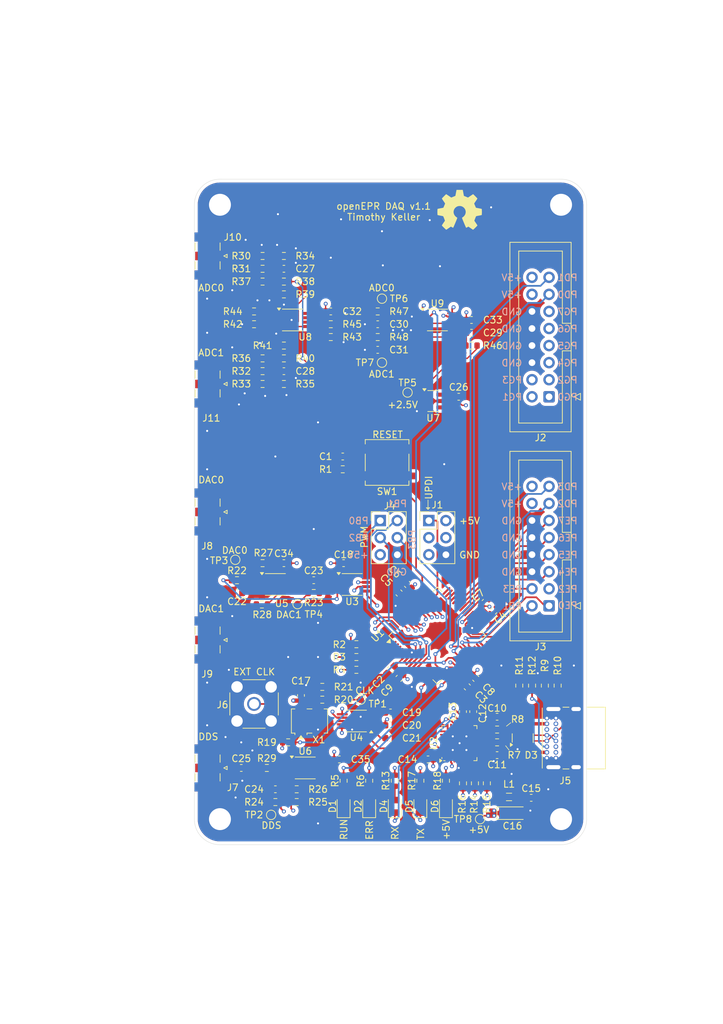
<source format=kicad_pcb>
(kicad_pcb (version 20240108) (generator "pcbnew") (generator_version "8.0")
  (title_block (title "openEPR DAQ") (date "2024-05-01") (rev "v1.1") (company "openEPR") (comment 1 "Timothy Keller"))
  (layers (0 "F.Cu" signal) (1 "In1.Cu" signal) (2 "In2.Cu" signal) (31 "B.Cu" signal) (34 "B.Paste" user) (35 "F.Paste" user) (36 "B.SilkS" user "B.Silkscreen") (37 "F.SilkS" user "F.Silkscreen") (38 "B.Mask" user) (39 "F.Mask" user) (44 "Edge.Cuts" user))
  (net 0 "")
  (net 1 "GND")
  (net 2 "~{RESET}")
  (net 3 "+5V")
  (net 4 "USBDM")
  (net 5 "USBDP")
  (net 6 "+3V3")
  (net 7 "Net-(U5A-+)")
  (net 8 "Net-(U5B-+)")
  (net 9 "Net-(U6A-+)")
  (net 10 "Net-(U6A--)")
  (net 11 "Net-(C25-Pad1)")
  (net 12 "Net-(U8A-+)")
  (net 13 "Net-(U8B-+)")
  (net 14 "ADC_REF")
  (net 15 "ADC_0")
  (net 16 "ADC_1")
  (net 17 "Net-(D1-A)")
  (net 18 "Net-(D2-A)")
  (net 19 "VBUS")
  (net 20 "RX_LED")
  (net 21 "Net-(D5-A)")
  (net 22 "Net-(D6-A)")
  (net 23 "Net-(D4-A)")
  (net 24 "TX_LED")
  (net 27 "UPDI")
  (net 29 "AIN0")
  (net 30 "PG3")
  (net 31 "PG7")
  (net 32 "PG2")
  (net 33 "PG6")
  (net 34 "PG0")
  (net 35 "PG5")
  (net 36 "AIN1")
  (net 37 "PG4")
  (net 38 "PG1")
  (net 39 "AIN3")
  (net 40 "PE6")
  (net 41 "PE1")
  (net 42 "PE7")
  (net 43 "AIN2")
  (net 44 "PE3")
  (net 45 "PE2")
  (net 46 "PE5")
  (net 47 "PE4")
  (net 48 "PE0")
  (net 50 "Net-(J5-CC2)")
  (net 51 "Net-(J5-CC1)")
  (net 53 "EXT_REF")
  (net 54 "Net-(J7-In)")
  (net 55 "Net-(J8-In)")
  (net 56 "Net-(J9-In)")
  (net 57 "Net-(J10-In)")
  (net 58 "Net-(R1-Pad1)")
  (net 59 "MOSI")
  (net 60 "Net-(U1-PA4)")
  (net 61 "MISO")
  (net 62 "Net-(U1-PA5)")
  (net 63 "Net-(U1-PA6)")
  (net 64 "SCLK")
  (net 65 "RUN_LED")
  (net 66 "ERROR_LED")
  (net 67 "XO_EN")
  (net 68 "DDS_CLK")
  (net 69 "XO_REF")
  (net 70 "Net-(U3-VOUT_A)")
  (net 71 "Net-(U3-VOUT_B)")
  (net 72 "Net-(U4-VOUT)")
  (net 73 "Net-(U6B-+)")
  (net 74 "Net-(U5A--)")
  (net 75 "Net-(U5B--)")
  (net 76 "Net-(J11-In)")
  (net 77 "Net-(U2-USBD+)")
  (net 78 "+2V5")
  (net 79 "Net-(U2-USBD-)")
  (net 80 "Net-(U2-CBUS2)")
  (net 81 "Net-(U8A--)")
  (net 82 "Net-(U8B--)")
  (net 83 "Net-(R40-Pad1)")
  (net 84 "Net-(U2-CBUS3)")
  (net 88 "TX")
  (net 93 "~{CS_DAC}")
  (net 102 "RX")
  (net 103 "~{CS_DDS}")
  (net 104 "~{CS_ADC}")
  (net 109 "Net-(U6B--)")
  (net 110 "Net-(U2-CBUS4)")
  (net 111 "Net-(U4-CAP{slash}2.5V)")
  (net 112 "Net-(U4-COMP)")
  (net 113 "Net-(R30-Pad2)")
  (net 114 "Net-(R32-Pad2)")
  (net 115 "Net-(R38-Pad1)")
  (net 116 "Net-(R44-Pad1)")
  (net 117 "Net-(R45-Pad1)")
  (net 133 "PB1")
  (net 134 "PB0")
  (net 135 "PB2")
  (net 136 "PB3")
  (footprint "Resistor_SMD:R_0603_1608Metric" (layer "F.Cu") (at 36.195 44.45)
    (property "Reference" "R35")
    (property "Value" "1k")
  )
  (footprint "Resistor_SMD:R_0603_1608Metric" (layer "F.Cu") (at 29.21 73.66)
    (property "Reference" "R22")
    (property "Value" "10k")
  )
  (footprint "Resistor_SMD:R_0603_1608Metric" (layer "F.Cu") (at 36.195 31.115)
    (property "Reference" "R39")
    (property "Value" "1k")
  )
  (footprint "Package_SO:VSSOP-8_3.0x3.0mm_P0.65mm" (layer "F.Cu") (at 39.37 101.6)
    (property "Reference" "U6")
    (property "Value" "LMV358")
  )
  (footprint "Capacitor_SMD:C_0603_1608Metric" (layer "F.Cu") (at 43.18 33.655 180)
    (property "Reference" "C32")
    (property "Value" "100nF")
  )
  (footprint "Capacitor_SMD:C_0603_1608Metric" (layer "F.Cu") (at 67.945 93.98 180)
    (property "Reference" "C10")
    (property "Value" "47pF")
  )
  (footprint "TestPoint:TestPoint_Pad_D1.0mm" (layer "F.Cu") (at 65.405 109.22)
    (property "Reference" "TP8")
    (property "Value" "TestPoint")
  )
  (footprint "Package_DFN_QFN:QFN-32-1EP_5x5mm_P0.5mm_EP3.1x3.1mm" (layer "F.Cu") (at 62.3325 97.905 90)
    (property "Reference" "U2")
    (property "Value" "FT232RQ")
  )
  (footprint "Capacitor_SMD:C_0603_1608Metric" (layer "F.Cu") (at 57.658 100.33 180)
    (property "Reference" "C14")
    (property "Value" "100nF")
  )
  (footprint "Resistor_SMD:R_0603_1608Metric" (layer "F.Cu") (at 33.02 44.45)
    (property "Reference" "R33")
    (property "Value" "10k")
  )
  (footprint "Resistor_SMD:R_0603_1608Metric" (layer "F.Cu") (at 33.02 71.12)
    (property "Reference" "R27")
    (property "Value" "27")
  )
  (footprint "Resistor_SMD:R_0603_1608Metric" (layer "F.Cu") (at 48.895 103.505 -90)
    (property "Reference" "R6")
    (property "Value" "1k")
  )
  (footprint "Capacitor_SMD:C_0603_1608Metric" (layer "F.Cu") (at 52.07 97.155)
    (property "Reference" "C21")
    (property "Value" "100nF")
  )
  (footprint "Package_QFP:TQFP-64_10x10mm_P0.5mm" (layer "F.Cu") (at 59.055 81.915 45)
    (property "Reference" "U1")
    (property "Value" "AVR128DA64x-xPT")
  )
  (footprint "Capacitor_SMD:C_0603_1608Metric" (layer "F.Cu") (at 62.865 93.218 -90)
    (property "Reference" "C13")
    (property "Value" "100nF")
  )
  (footprint "Capacitor_SMD:C_0603_1608Metric" (layer "F.Cu") (at 40.64 73.66)
    (property "Reference" "C23")
    (property "Value" "100nF")
  )
  (footprint "Resistor_SMD:R_0603_1608Metric" (layer "F.Cu") (at 50.165 33.655 180)
    (property "Reference" "R47")
    (property "Value" "10k")
  )
  (footprint "Connector_Coaxial:SMA_Samtec_SMA-J-P-X-ST-EM1_EdgeMount" (layer "F.Cu") (at 24.9825 63.5 -90)
    (property "Reference" "J8")
    (property "Value" "SMA-J-P-H-ST-EM1")
  )
  (footprint "Package_TO_SOT_SMD:SOT-143" (layer "F.Cu") (at 71.755 97.155 90)
    (property "Reference" "D3")
    (property "Value" "SP0503BAHTG")
  )
  (footprint "Resistor_SMD:R_0603_1608Metric" (layer "F.Cu") (at 67.945 97.79 180)
    (property "Reference" "R7")
    (property "Value" "27")
  )
  (footprint "Resistor_SMD:R_0603_1608Metric" (layer "F.Cu") (at 75.057 89.345 90)
    (property "Reference" "R9")
    (property "Value" "10k")
  )
  (footprint "TestPoint:TestPoint_Pad_D1.0mm" (layer "F.Cu") (at 38.227 77.216)
    (property "Reference" "TP4")
    (property "Value" "TestPoint")
  )
  (footprint "Resistor_SMD:R_0603_1608Metric" (layer "F.Cu") (at 36.195 29.21)
    (property "Reference" "R38")
    (property "Value" "10k")
  )
  (footprint "Resistor_SMD:R_0603_1608Metric" (layer "F.Cu") (at 44.958 57.15 180)
    (property "Reference" "R1")
    (property "Value" "1k")
  )
  (footprint "Connector_PinHeader_2.54mm:PinHeader_2x03_P2.54mm_Vertical" (layer "F.Cu") (at 57.78 64.785)
    (property "Reference" "J1")
    (property "Value" "AVR-UPDI-6")
  )
  (footprint "Resistor_SMD:R_0603_1608Metric" (layer "F.Cu") (at 56.515 103.505 -90)
    (property "Reference" "R17")
    (property "Value" "1k")
  )
  (footprint "Resistor_SMD:R_0603_1608Metric" (layer "F.Cu") (at 38.1 104.775)
    (property "Reference" "R26")
    (property "Value" "10k")
  )
  (footprint "TestPoint:TestPoint_Pad_D1.0mm" (layer "F.Cu") (at 34.29 108.585)
    (property "Reference" "TP2")
    (property "Value" "TestPoint")
  )
  (footprint "Connector_Coaxial:SMA_Samtec_SMA-J-P-X-ST-EM1_EdgeMount" (layer "F.Cu") (at 24.9825 44.45 -90)
    (property "Reference" "J11")
    (property "Value" "SMA-J-P-H-ST-EM1")
  )
  (footprint "Capacitor_SMD:C_0603_1608Metric" (layer "F.Cu") (at 67.945 99.695 180)
    (property "Reference" "C11")
    (property "Value" "47pF")
  )
  (footprint "Capacitor_SMD:C_0603_1608Metric" (layer "F.Cu") (at 50.165 39.37 180)
    (property "Reference" "C31")
    (property "Value" "100nF")
  )
  (footprint "Capacitor_SMD:C_0603_1608Metric" (layer "F.Cu") (at 52.07 86.995 45)
    (property "Reference" "C2")
    (property "Value" "10nF")
  )
  (footprint "Capacitor_SMD:C_0603_1608Metric" (layer "F.Cu") (at 34.925 104.775)
    (property "Reference" "C24")
    (property "Value" "47pF")
  )
  (footprint "Resistor_SMD:R_0603_1608Metric" (layer "F.Cu") (at 46.99 86.995 180)
    (property "Reference" "R4")
    (property "Value" "27")
  )
  (footprint "Capacitor_SMD:C_0603_1608Metric" (layer "F.Cu") (at 62.23 46.355)
    (property "Reference" "C26")
    (property "Value" "100nF")
  )
  (footprint "Resistor_SMD:R_0603_1608Metric" (layer "F.Cu") (at 38.1 106.68)
    (property "Reference" "R25")
    (property "Value" "10k")
  )
  (footprint "Capacitor_SMD:C_0603_1608Metric" (layer "F.Cu") (at 45.085 71.12 180)
    (property "Reference" "C18")
    (property "Value" "100nF")
  )
  (footprint "Resistor_SMD:R_0603_1608Metric" (layer "F.Cu") (at 41.91 89.535)
    (property "Reference" "R21")
    (property "Value" "27")
  )
  (footprint "Resistor_SMD:R_0603_1608Metric" (layer "F.Cu") (at 33.02 42.545)
    (property "Reference" "R32")
    (property "Value" "10k")
  )
  (footprint "TestPoint:TestPoint_Pad_D1.0mm" (layer "F.Cu") (at 28.956 70.612)
    (property "Reference" "TP3")
    (property "Value" "TestPoint")
  )
  (footprint "Capacitor_SMD:C_0603_1608Metric" (layer "F.Cu") (at 44.958 55.245 180)
    (property "Reference" "C1")
    (property "Value" "100nF")
  )
  (footprint "Connector_IDC:IDC-Header_2x08_P2.54mm_Vertical" (layer "F.Cu") (at 75.6825 46.355 180)
    (property "Reference" "J2")
    (property "Value" "Conn_02x08_standard_header_for_IO")
  )
  (footprint "Connector_PinHeader_2.54mm:PinHeader_2x03_P2.54mm_Vertical" (layer "F.Cu") (at 50.541 64.785)
    (property "Reference" "J4")
    (property "Value" "PWM")
  )
  (footprint "Capacitor_SMD:C_0603_1608Metric" (layer "F.Cu") (at 73.025 106.045 180)
    (property "Reference" "C15")
    (property "Value" "100nF")
  )
  (footprint "LED_SMD:LED_0805_2012Metric" (layer "F.Cu") (at 56.515 107.315 90)
    (property "Reference" "D5")
    (property "Value" "150080VS75000")
  )
  (footprint "Resistor_SMD:R_0603_1608Metric" (layer "F.Cu") (at 33.655 101.6)
    (property "Reference" "R29")
    (property "Value" "27")
  )
  (footprint "Resistor_SMD:R_0603_1608Metric" (layer "F.Cu") (at 66.421 103.886 -90)
    (property "Reference" "R15")
    (property "Value" "10k")
  )
  (footprint "Resistor_SMD:R_0603_1608Metric" (layer "F.Cu") (at 52.705 103.505 -90)
    (property "Reference" "R13")
    (property "Value" "1k")
  )
  (footprint "Capacitor_SMD:C_0603_1608Metric" (layer "F.Cu") (at 44.45 100.33 180)
    (property "Reference" "C35")
    (property "Value" "100nF")
  )
  (footprint "Resistor_SMD:R_0603_1608Metric" (layer "F.Cu") (at 67.945 95.885 180)
    (property "Reference" "R8")
    (property "Value" "27")
  )
  (footprint "Resistor_SMD:R_0603_1608Metric" (layer "F.Cu") (at 76.962 89.345 90)
    (property "Reference" "R10")
    (property "Value" "10k")
  )
  (footprint "Resistor_SMD:R_0603_1608Metric" (layer "F.Cu") (at 33.02 29.21)
    (property "Reference" "R37")
    (property "Value" "10k")
  )
  (footprint "Resistor_SMD:R_0603_1608Metric" (layer "F.Cu") (at 46.99 85.09 180)
    (property "Reference" "R3")
    (property "Value" "27")
  )
  (footprint "Resistor_SMD:R_0603_1608Metric" (layer "F.Cu") (at 64.643 103.886 -90)
    (property "Reference" "R14")
    (property "Value" "10k")
  )
  (footprint "Connector_Coaxial:SMA_Samtec_SMA-J-P-X-ST-EM1_EdgeMount" (layer "F.Cu") (at 24.9825 101.6 -90)
    (property "Reference" "J7")
    (property "Value" "SMA-J-P-H-ST-EM1")
  )
  (footprint "LED_SMD:LED_0805_2012Metric" (layer "F.Cu") (at 52.705 107.315 90)
    (property "Reference" "D4")
    (property "Value" "150080VS75000")
  )
  (footprint "B12T_MountingHole:4-40_Hole_Pad" (layer "F.Cu") (at 26.67 17.78)
    (property "Reference" "H1" (hide yes))
    (property "Value" "4-40")
  )
  (footprint "B12T_MountingHole:4-40_Hole_Pad" (layer "F.Cu") (at 26.67 109.22)
    (property "Reference" "H2" (hide yes))
    (property "Value" "4-40")
  )
  (footprint "Resistor_SMD:R_0603_1608Metric" (layer "F.Cu") (at 34.925 106.68 180)
    (property "Reference" "R24")
    (property "Value" "10k")
  )
  (footprint "B12T_MountingHole:4-40_Hole_Pad" (layer "F.Cu") (at 77.47 17.78)
    (property "Reference" "H3" (hide yes))
    (property "Value" "4-40")
  )
  (footprint "Symbol:OSHW-Symbol_6.7x6mm_SilkScreen" (layer "F.Cu") (at 62.357 18.542)
    (property "Reference" "REF**" (hide yes))
    (property "Value" "OSHW-Symbol_6.7x6mm_SilkScreen" (hide yes))
  )
  (footprint "Capacitor_SMD:C_0603_1608Metric" (layer "F.Cu") (at 29.21 75.565 180)
    (property "Reference" "C22")
    (property "Value" "100nF")
  )
  (footprint "Button_Switch_SMD:SW_SPST_B3SL-1002P" (layer "F.Cu") (at 51.562 56.134)
    (property "Reference" "SW1")
    (property "Value" "SW_Push")
  )
  (footprint "Package_SO:VSSOP-8_3.0x3.0mm_P0.65mm" (layer "F.Cu") (at 37.465 34.925)
    (property "Reference" "U8")
    (property "Value" "LMV358")
  )
  (footprint "Package_SO:VSSOP-8_3.0x3.0mm_P0.65mm" (layer "F.Cu") (at 34.925 74.295)
    (property "Reference" "U5")
    (property "Value" "LMV358")
  )
  (footprint "Resistor_SMD:R_0603_1608Metric" (layer "F.Cu") (at 36.195 40.64)
    (property "Reference" "R40")
    (property "Value" "10k")
  )
  (footprint "Capacitor_SMD:C_0603_1608Metric" (layer "F.Cu") (at 63.5 89.535 135)
    (property "Reference" "C3")
    (property "Value" "10nF")
  )
  (footprint "TestPoint:TestPoint_Pad_D1.0mm" (layer "F.Cu") (at 54.61 45.72)
    (property "Reference" "TP5")
    (property "Value" "TestPoint")
  )
  (footprint "Capacitor_SMD:C_0603_1608Metric" (layer "F.Cu") (at 66.167 76.962 45)
    (property "Reference" "C7")
    (property "Value" "100nF")
  )
  (footprint "Resistor_SMD:R_0603_1608Metric" (layer "F.Cu") (at 31.75 35.56)
    (property "Reference" "R42")
    (property "Value" "10k")
  )
  (footprint "Resistor_SMD:R_0603_1608Metric" (layer "F.Cu") (at 33.02 40.64)
    (property "Reference" "R36")
    (property "Value" "10k")
  )
  (footprint "Resistor_SMD:R_0603_1608Metric" (layer "F.Cu") (at 36.195 38.735 180)
    (property "Reference" "R41")
    (property "Value" "1k")
  )
  (footprint "Resistor_SMD:R_0603_1608Metric" (layer "F.Cu") (at 50.165 37.465 180)
    (property "Reference" "R48")
    (property "Value" "10k")
  )
  (footprint "Connector_USB:USB_C_Receptacle_GCT_USB4085" (layer "F.Cu") (at 75.35 100.13 90)
    (property "Reference" "J5")
    (property "Value" "USB_C_Receptacle_USB2.0_16P")
  )
  (footprint "Resistor_SMD:R_0603_1608Metric" (layer "F.Cu") (at 36.195 25.4)
    (property "Reference" "R34")
    (property "Value" "1k")
  )
  (footprint "Capacitor_SMD:C_0603_1608Metric" (layer "F.Cu") (at 52.07 93.345 180)
    (property "Reference" "C19")
    (property "Value" "100nF")
  )
  (footprint "Package_SO:VSSOP-8_3.0x3.0mm_P0.65mm" (layer "F.Cu") (at 46.355 74.295)
    (property "Reference" "U3")
    (property "Value" "DAC8532")
  )
  (footprint "Connector_Coaxial:SMA_Samtec_SMA-J-P-X-ST-EM1_EdgeMount" (layer "F.Cu") (at 24.9825 82.55 -90)
    (property "Reference" "J9")
    (property "Value" "SMA-J-P-H-ST-EM1")
  )
  (footprint "LED_SMD:LED_0805_2012Metric" (layer "F.Cu") (at 60.325 107.315 90)
    (property "Reference" "D6")
    (property "Value" "150080VS75000")
  )
  (footprint "Capacitor_SMD:C_0603_1608Metric" (layer "F.Cu") (at 54.61 74.295 135)
    (property "Reference" "C6")
    (property "Value" "100nF")
  )
  (footprint "Resistor_SMD:R_0603_1608Metric" (layer "F.Cu") (at 64.135 38.735)
    (property "Reference" "R46")
    (property "Value" "10k")
  )
  (footprint "Resistor_SMD:R_0603_1608Metric" (layer "F.Cu") (at 41.91 91.44)
    (property "Reference" "R20")
    (property "Value" "27")
  )
  (footprint "Capacitor_SMD:C_0603_1608Metric" (layer "F.Cu") (at 52.07 95.25)
    (property "Reference" "C20")
    (property "Value" "100nF")
  )
  (footprint "Capacitor_SMD:C_0603_1608Metric" (layer "F.Cu") (at 53.34 75.565 -45)
    (property "Reference" "C5")
    (property "Value" "10nF")
  )
  (footprint "Oscillator:Oscillator_SMD_EuroQuartz_XO53-4Pin_5.0x3.2mm" (layer "F.Cu") (at 40.005 94.615)
    (property "Reference" "X1")
    (property "Value" "XO53")
  )
  (footprint "Capacitor_SMD:C_0603_1608Metric" (layer "F.Cu") (at 64.135 34.925 180)
    (property "Reference" "C33")
    (property "Value" "100nF")
  )
  (footprint "LED_SMD:LED_0805_2012Metric" (layer "F.Cu") (at 48.895 107.315 90)
    (property "Reference" "D2")
    (property "Value" "150080SS75000")
  )
  (footprint "Capacitor_SMD:C_0603_1608Metric" (layer "F.Cu") (at 29.845 101.6 180)
    (property "Reference" "C25")
    (property "Value" "100nF")
  )
  (footprint "TestPoint:TestPoint_Pad_D1.0mm" (layer "F.Cu") (at 50.8 41.275)
    (property "Reference" "TP7")
    (property "Value" "TestPoint")
  )
  (footprint "Connector_IDC:IDC-Header_2x08_P2.54mm_Vertical" (layer "F.Cu") (at 75.6825 77.47 180)
    (property "Reference" "J3")
    (property "Value" "Conn_02x08_standard_header_for_IO")
  )
  (footprint "TestPoint:TestPoint_Pad_D1.0mm" (layer "F.Cu") (at 50.8 31.75)
    (property "Reference" "TP6")
    (property "Value" "TestPoint")
  )
  (footprint "Capacitor_SMD:C_0603_1608Metric" (layer "F.Cu") (at 36.195 27.305)
    (property "Reference" "C27")
    (property "Value" "100nF")
  )
  (footprint "Resistor_SMD:R_0603_1608Metric" (layer "F.Cu") (at 36.83 97.79 180)
    (property "Reference" "R19")
    (property "Value" "10k")
  )
  (footprint "Capacitor_SMD:C_0603_1608Metric" (layer "F.Cu") (at 64.389 93.218 -90)
    (property "Reference" "C12")
    (property "Value" "100nF")
  )
  (footprint "Resistor_SMD:R_0603_1608Metric" (layer "F.Cu") (at 62.865 103.886 -90)
    (property "Reference" "R16")
    (property "Value" "10k")
  )
  (footprint "Capacitor_SMD:C_0603_1608Metric" (layer "F.Cu") (at 67.437 78.232 -135)
    (property "Reference" "C4")
    (property "Value" "10nF")
  )
  (footprint "Connector_Coaxial:SMA_Samtec_SMA-J-P-X-ST-EM1_EdgeMount" (layer "F.Cu") (at 24.9825 25.4 -90)
    (property "Reference" "J10")
    (property "Value" "SMA-J-P-H-ST-EM1")
  )
  (footprint "Resistor_SMD:R_0603_1608Metric" (layer "F.Cu") (at 32.9184 77.2668 180)
    (property "Reference" "R28")
    (property "Value" "27")
  )
  (footprint "Capacitor_Tantalum_SMD:CP_EIA-3216-18_Kemet-A" (layer "F.Cu") (at 70.231 108.331)
    (property "Reference" "C16")
    (property "Value" "10uF")
  )
  (footprint "Package_SO:MSOP-10_3x3mm_P0.5mm" (layer "F.Cu") (at 46.99 94.615 180)
    (property "Reference" "U4")
    (property "Value" "AD9833xRM")
  )
  (footprint "Resistor_SMD:R_0603_1608Metric" (layer "F.Cu") (at 43.18 35.56)
    (property "Reference" "R45")
    (property "Value" "10k")
  )
  (footprint "Capacitor_SMD:C_0603_1608Metric" (layer "F.Cu") (at 64.77 88.265 -45)
    (property "Reference" "C8")
    (property "Value" "100nF")
  )
  (footprint "TestPoint:TestPoint_Pad_D1.0mm" (layer "F.Cu") (at 47.625 91.44)
    (property "Reference" "TP1")
    (property "Value" "TestPoint")
  )
  (footprint "Inductor_SMD:L_0805_2012Metric" (layer "F.Cu") (at 69.723 105.918 180)
    (property "Reference" "L1")
    (property "Value" "10uH")
  )
  (footprint "Package_SO:VSSOP-10_3x3mm_P0.5mm" (layer "F.Cu") (at 59.055 34.925)
    (property "Reference" "U9")
    (property "Value" "ADS1118IDGS")
  )
  (footprint "Resistor_SMD:R_0603_1608Metric" (layer "F.Cu") (at 40.64 75.565 180)
    (property "Reference" "R23")
    (property "Value" "10k")
  )
  (footprint "Package_TO_SOT_SMD:SOT-23-6" (layer "F.Cu") (at 58.42 46.99)
    (property "Reference" "U7")
    (property "Value" "MCP1501-25xCH")
  )
  (footprint "Capacitor_SMD:C_0603_1608Metric" (layer "F.Cu") (at 38.735 90.805 90)
    (property "Reference" "C17")
    (property "Value" "100nF")
  )
  (footprint "Capacitor_SMD:C_0603_1608Metric" (layer "F.Cu") (at 64.135 36.83)
    (property "Reference" "C29")
    (property "Value" "100nF")
  )
  (footprint "Resistor_SMD:R_0603_1608Metric" (layer "F.Cu") (at 33.02 27.305)
    (property "Reference" "R31")
    (property "Value" "10k")
  )
  (footprint "Connector_Coaxial:SMA_Amphenol_132291_Vertical" (layer "F.Cu") (at 31.75 92.075 -90)
    (property "Reference" "J6")
    (property "Value" "2057-RF2-19A-T-00-50-G-ND")
  )
  (footprint "Resistor_SMD:R_0603_1608Metric" (layer "F.Cu") (at 60.325 103.505 -90)
    (property "Reference" "R18")
    (property "Value" "1k")
  )
  (footprint "Capacitor_SMD:C_0603_1608Metric" (layer "F.Cu") (at 53.34 88.265 -135)
    (property "Reference" "C9")
    (property "Value" "100nF")
  )
  (footprint "Capacitor_SMD:C_0603_1608Metric" (layer "F.Cu") (at 36.195 42.545)
    (property "Reference" "C28")
    (property "Value" "100nF")
  )
  (footprint "Capacitor_SMD:C_0603_1608Metric" (layer "F.Cu") (at 50.165 35.56 180)
    (property "Reference" "C30")
    (property "Value" "100nF")
  )
  (footprint "Resistor_SMD:R_0603_1608Metric" (layer "F.Cu") (at 43.18 37.465 180)
    (property "Reference" "R43")
    (property "Value" "10k")
  )
  (footprint "Resistor_SMD:R_0603_1608Metric" (layer "F.Cu") (at 45.085 103.505 -90)
    (property "Reference" "R5")
    (property "Value" "1k")
  )
  (footprint "B12T_MountingHole:4-40_Hole_Pad" (layer "F.Cu") (at 77.47 109.22)
    (property "Reference" "H4" (hide yes))
    (property "Value" "4-40")
  )
  (footprint "Resistor_SMD:R_0603_1608Metric" (layer "F.Cu") (at 71.247 89.345 90)
    (property "Reference" "R11")
    (property "Value" "10k")
  )
  (footprint "Resistor_SMD:R_0603_1608Metric" (layer "F.Cu") (at 73.152 89.345 90)
    (property "Reference" "R12")
    (property "Value" "10k")
  )
  (footprint "Resistor_SMD:R_0603_1608Metric" (layer "F.Cu") (at 31.75 33.655)
    (property "Reference" "R44")
    (property "Value" "10k")
  )
  (footprint "Resistor_SMD:R_0603_1608Metric" (layer "F.Cu") (at 46.99 83.185 180)
    (property "Reference" "R2")
    (property "Value" "27")
  )
  (footprint "Resistor_SMD:R_0603_1608Metric" (layer "F.Cu") (at 33.02 25.4)
    (property "Reference" "R30")
    (property "Value" "10k")
  )
  (footprint "LED_SMD:LED_0805_2012Metric" (layer "F.Cu") (at 45.085 107.315 90)
    (property "Reference" "D1")
    (property "Value" "150080VS75000")
  )
  (footprint "Capacitor_SMD:C_0603_1608Metric" (layer "F.Cu") (at 36.195 71.12)
    (property "Reference" "C34")
    (property "Value" "100nF")
  )
  (gr_line (start 57.658 61.722) (end 57.658 63.119) (stroke (width 0.1)) (layer "F.SilkS"))
  (gr_line (start 69.342 95.377) (end 69.977 94.869) (stroke (width 0.1)) (layer "F.SilkS"))
  (gr_line (start 57.658 63.119) (end 57.404 62.865) (stroke (width 0.1)) (layer "F.SilkS"))
  (gr_poly (pts (xy 39.116 97.282) (xy 38.735 96.774) (xy 38.354 97.282)) (stroke (width 0.1)) (fill solid) (layer "F.SilkS"))
  (gr_line (start 57.912 62.865) (end 57.658 63.119) (stroke (width 0.1)) (layer "F.SilkS"))
  (gr_line (start 57.404 62.865) (end 57.912 62.865) (stroke (width 0.1)) (layer "F.SilkS"))
  (gr_line (start 69.215 98.298) (end 69.723 98.933) (stroke (width 0.1)) (layer "F.SilkS"))
  (gr_arc (start 22.86 17.78) (mid 23.975923 15.085923) (end 26.67 13.97) (stroke (width 0.05)) (layer "Edge.Cuts"))
  (gr_arc (start 26.67 113.03) (mid 23.975923 111.914077) (end 22.86 109.22) (stroke (width 0.05)) (layer "Edge.Cuts"))
  (gr_line (start 22.86 17.78) (end 22.86 109.22) (stroke (width 0.05)) (layer "Edge.Cuts"))
  (gr_arc (start 77.47 13.97) (mid 80.164077 15.085923) (end 81.28 17.78) (stroke (width 0.05)) (layer "Edge.Cuts"))
  (gr_line (start 81.28 17.78) (end 81.28 109.22) (stroke (width 0.05)) (layer "Edge.Cuts"))
  (gr_arc (start 81.28 109.22) (mid 80.164077 111.914077) (end 77.47 113.03) (stroke (width 0.05)) (layer "Edge.Cuts"))
  (gr_line (start 26.67 113.03) (end 77.47 113.03) (stroke (width 0.05)) (layer "Edge.Cuts"))
  (gr_line (start 26.67 13.97) (end 77.47 13.97) (stroke (width 0.05)) (layer "Edge.Cuts"))
  (gr_text "PD3" (at 80.01 60.325 0) (layer "B.SilkS") (effects (font (size 1 1)) (justify left bottom mirror)))
  (gr_text "+5V" (at 71.755 60.325 0) (layer "B.SilkS") (effects (font (size 1 1)) (justify left bottom mirror)))
  (gr_text "PE7" (at 80.01 65.405 0) (layer "B.SilkS") (effects (font (size 1 1)) (justify left bottom mirror)))
  (gr_text "PG1" (at 71.755 46.99 0) (layer "B.SilkS") (effects (font (size 1 1)) (justify left bottom mirror)))
  (gr_text "PD2" (at 80.01 62.865 0) (layer "B.SilkS") (effects (font (size 1 1)) (justify left bottom mirror)))
  (gr_text "PB1" (at 54.61 62.865 0) (layer "B.SilkS") (effects (font (size 1 1)) (justify left bottom mirror)))
  (gr_text "PG2" (at 80.01 44.45 0) (layer "B.SilkS") (effects (font (size 1 1)) (justify left bottom mirror)))
  (gr_text "PE1" (at 71.755 78.105 0) (layer "B.SilkS") (effects (font (size 1 1)) (justify left bottom mirror)))
  (gr_text "PB3" (at 55.88 66.04 90) (layer "B.SilkS") (effects (font (size 1 1)) (justify left bottom mirror)))
  (gr_text "+5V" (at 48.895 70.485 0) (layer "B.SilkS") (effects (font (size 1 1)) (justify left bottom mirror)))
  (gr_text "PE3" (at 71.755 75.565 0) (layer "B.SilkS") (effects (font (size 1 1)) (justify left bottom mirror)))
  (gr_text "PG6" (at 80.01 36.83 0) (layer "B.SilkS") (effects (font (size 1 1)) (justify left bottom mirror)))
  (gr_text "GND" (at 71.755 70.485 0) (layer "B.SilkS") (effects (font (size 1 1)) (justify left bottom mirror)))
  (gr_text "GND" (at 71.755 36.83 0) (layer "B.SilkS") (effects (font (size 1 1)) (justify left bottom mirror)))
  (gr_text "+5V" (at 71.755 29.21 0) (layer "B.SilkS") (effects (font (size 1 1)) (justify left bottom mirror)))
  (gr_text "PE6" (at 80.01 67.945 0) (layer "B.SilkS") (effects (font (size 1 1)) (justify left bottom mirror)))
  (gr_text "PE4" (at 80.01 73.025 0) (layer "B.SilkS") (effects (font (size 1 1)) (justify left bottom mirror)))
  (gr_text "PG0" (at 80.01 46.99 0) (layer "B.SilkS") (effects (font (size 1 1)) (justify left bottom mirror)))
  (gr_text "+5V" (at 71.755 31.75 0) (layer "B.SilkS") (effects (font (size 1 1)) (justify left bottom mirror)))
  (gr_text "PD0" (at 80.01 31.75 0) (layer "B.SilkS") (effects (font (size 1 1)) (justify left bottom mirror)))
  (gr_text "PD1" (at 80.01 29.21 0) (layer "B.SilkS") (effects (font (size 1 1)) (justify left bottom mirror)))
  (gr_text "GND" (at 71.755 34.29 0) (layer "B.SilkS") (effects (font (size 1 1)) (justify left bottom mirror)))
  (gr_text "GND" (at 54.61 73.025 0) (layer "B.SilkS") (effects (font (size 1 1)) (justify left bottom mirror)))
  (gr_text "PE5" (at 80.01 70.485 0) (layer "B.SilkS") (effects (font (size 1 1)) (justify left bottom mirror)))
  (gr_text "PB0" (at 48.895 65.405 0) (layer "B.SilkS") (effects (font (size 1 1)) (justify left bottom mirror)))
  (gr_text "PE2" (at 80.01 75.565 0) (layer "B.SilkS") (effects (font (size 1 1)) (justify left bottom mirror)))
  (gr_text "GND" (at 71.755 73.025 0) (layer "B.SilkS") (effects (font (size 1 1)) (justify left bottom mirror)))
  (gr_text "PE0" (at 80 78 0) (layer "B.SilkS") (effects (font (size 1 1)) (justify left bottom mirror)))
  (gr_text "PG4" (at 80.01 41.91 0) (layer "B.SilkS") (effects (font (size 1 1)) (justify left bottom mirror)))
  (gr_text "PG7" (at 80.01 34.29 0) (layer "B.SilkS") (effects (font (size 1 1)) (justify left bottom mirror)))
  (gr_text "GND" (at 71.755 41.91 0) (layer "B.SilkS") (effects (font (size 1 1)) (justify left bottom mirror)))
  (gr_text "PG5" (at 80.01 39.37 0) (layer "B.SilkS") (effects (font (size 1 1)) (justify left bottom mirror)))
  (gr_text "GND" (at 71.755 39.37 0) (layer "B.SilkS") (effects (font (size 1 1)) (justify left bottom mirror)))
  (gr_text "+5V" (at 71.755 62.865 0) (layer "B.SilkS") (effects (font (size 1 1)) (justify left bottom mirror)))
  (gr_text "PB2" (at 48.895 67.945 0) (layer "B.SilkS") (effects (font (size 1 1)) (justify left bottom mirror)))
  (gr_text "PG3" (at 71.755 44.45 0) (layer "B.SilkS") (effects (font (size 1 1)) (justify left bottom mirror)))
  (gr_text "GND" (at 71.755 67.945 0) (layer "B.SilkS") (effects (font (size 1 1)) (justify left bottom mirror)))
  (gr_text "GND" (at 71.755 65.405 0) (layer "B.SilkS") (effects (font (size 1 1)) (justify left bottom mirror)))
  (gr_text "PWM" (at 48.768 68.961 90) (layer "F.SilkS") (effects (font (size 1 1)) (justify left bottom)))
  (gr_text "DDS" (at 32.766 110.744 0) (layer "F.SilkS") (effects (font (size 1 1)) (justify left bottom)))
  (gr_text "DAC1" (at 23.368 78.486 0) (layer "F.SilkS") (effects (font (size 1 1)) (justify left bottom)))
  (gr_text "+5V" (at 60.96 112.395 90) (layer "F.SilkS") (effects (font (size 1 1)) (justify left bottom)))
  (gr_text "+2.5V" (at 51.562 48.133 0) (layer "F.SilkS") (effects (font (size 1 1)) (justify left bottom)))
  (gr_text "ADC1" (at 48.768 43.561 0) (layer "F.SilkS") (effects (font (size 1 1)) (justify left bottom)))
  (gr_text "TX" (at 57.15 112.395 90) (layer "F.SilkS") (effects (font (size 1 1)) (justify left bottom)))
  (gr_text "RX" (at 53.34 112.395 90) (layer "F.SilkS") (effects (font (size 1 1)) (justify left bottom)))
  (gr_text "ADC0" (at 48.768 30.734 0) (layer "F.SilkS") (effects (font (size 1 1)) (justify left bottom)))
  (gr_text "${TITLE} ${REVISION}\n${COMMENT1}" (at 51.054 20.193 0) (layer "F.SilkS") (effects (font (size 1 1)) (justify bottom)))
  (gr_text "DDS" (at 23.368 97.536 0) (layer "F.SilkS") (effects (font (size 1 1)) (justify left bottom)))
  (gr_text "+5V" (at 62.23 65.405 0) (layer "F.SilkS") (effects (font (size 1 1)) (justify left bottom)))
  (gr_text "ERR" (at 49.53 112.395 90) (layer "F.SilkS") (effects (font (size 1 1)) (justify left bottom)))
  (gr_text "+5V" (at 63.627 111.379 0) (layer "F.SilkS") (effects (font (size 1 1)) (justify left bottom)))
  (gr_text "RESET" (at 49.276 52.578 0) (layer "F.SilkS") (effects (font (size 1 1)) (justify left bottom)))
  (gr_text "UPDI" (at 58.368654 61.737154 90) (layer "F.SilkS") (effects (font (size 1 1)) (justify left bottom)))
  (gr_text "ADC0" (at 23.368 30.734 0) (layer "F.SilkS") (effects (font (size 1 1)) (justify left bottom)))
  (gr_text "DAC0" (at 23.368 59.309 0) (layer "F.SilkS") (effects (font (size 1 1)) (justify left bottom)))
  (gr_text "GND" (at 62.23 70.485 0) (layer "F.SilkS") (effects (font (size 1 1)) (justify left bottom)))
  (gr_text "ADC1" (at 23.368 40.386 0) (layer "F.SilkS") (effects (font (size 1 1)) (justify left bottom)))
  (gr_text "EXT CLK" (at 28.575 87.884 0) (layer "F.SilkS") (effects (font (size 1 1)) (justify left bottom)))
  (gr_text "DAC0" (at 26.8732 69.7992 0) (layer "F.SilkS") (effects (font (size 1 1)) (justify left bottom)))
  (gr_text "RUN" (at 45.72 112.395 90) (layer "F.SilkS") (effects (font (size 1 1)) (justify left bottom)))
  (gr_text "DAC1" (at 34.925 79.375 0) (layer "F.SilkS") (effects (font (size 1 1)) (justify left bottom)))
  (gr_text "CLK" (at 46.736 90.678 0) (layer "F.SilkS") (effects (font (size 1 1)) (justify left bottom)))
  (segment (start 30.925 35.56) (end 29.972 35.56) (width 0.254) (layer "F.Cu") (net 1))
  (segment (start 48.687 54.134) (end 46.844 54.134) (width 0.254) (layer "F.Cu") (net 1))
  (segment (start 61.468 96.790499) (end 61.468 97.155) (width 0.254) (layer "F.Cu") (net 1))
  (segment (start 49.1025 94.115) (end 47.76 94.115) (width 0.254) (layer "F.Cu") (net 1))
  (segment (start 62.357 97.8805) (end 62.357 97.917) (width 0.254) (layer "F.Cu") (net 1))
  (segment (start 62.5825 97.655) (end 62.357 97.8805) (width 0.254) (layer "F.Cu") (net 1))
  (segment (start 54.256446 77.47) (end 52.832 77.47) (width 0.254) (layer "F.Cu") (net 1))
  (segment (start 61.832501 97.155) (end 62.3325 97.654999) (width 0.254) (layer "F.Cu") (net 1))
  (segment (start 47.76 94.115) (end 47.625 93.98) (width 0.254) (layer "F.Cu") (net 1))
  (segment (start 66.294 93.98) (end 66.421 93.98) (width 0.254) (layer "F.Cu") (net 1))
  (segment (start 46.844 54.134) (end 45.733 55.245) (width 0.254) (layer "F.Cu") (net 1))
  (segment (start 44.8775 95.115) (end 45.707906 95.115) (width 0.254) (layer "F.Cu") (net 1))
  (segment (start 62.0825 100.3425) (end 62.0825 98.155) (width 0.254) (layer "F.Cu") (net 1))
  (segment (start 60.5825 95.4675) (end 60.5825 95.904999) (width 0.254) (layer "F.Cu") (net 1))
  (segment (start 64.0825 95.904999) (end 63.119 96.868499) (width 0.254) (layer "F.Cu") (net 1))
  (segment (start 46.355 95.762094) (end 46.355 95.885) (width 0.254) (layer "F.Cu") (net 1))
  (segment (start 48.26 39.37) (end 49.39 39.37) (width 0.254) (layer "F.Cu") (net 1))
  (segment (start 65.003536 79.855551) (end 64.227 80.632087) (width 0.254) (layer "F.Cu") (net 1))
  (segment (start 56.855 34.925) (end 55.753 34.925) (width 0.254) (layer "F.Cu") (net 1))
  (segment (start 67.17 93.98) (end 66.294 93.98) (width 0.254) (layer "F.Cu") (net 1))
  (segment (start 44.005 37.465) (end 44.323 37.465) (width 0.254) (layer "F.Cu") (net 1))
  (segment (start 62.357 97.917) (end 62.3205 97.917) (width 0.254) (layer "F.Cu") (net 1))
  (segment (start 62.0825 101.4525) (end 62.0825 100.3425) (width 0.254) (layer "F.Cu") (net 1))
  (segment (start 62.832499 97.155) (end 62.3325 97.654999) (width 0.254) (layer "F.Cu") (net 1))
  (segment (start 62.23 101.6) (end 62.0825 101.4525) (width 0.254) (layer "F.Cu") (net 1))
  (segment (start 61.468 97.155) (end 61.832501 97.155) (width 0.254) (layer "F.Cu") (net 1))
  (segment (start 67.985008 77.683992) (end 68.874008 77.683992) (width 0.254) (layer "F.Cu") (net 1))
  (segment (start 64.227 80.632087) (end 64.227 80.772) (width 0.254) (layer "F.Cu") (net 1))
  (segment (start 64.0825 95.4675) (end 64.0825 95.904999) (width 0.254) (layer "F.Cu") (net 1))
  (segment (start 43.955 33.655) (end 45.085 33.655) (width 0.254) (layer "F.Cu") (net 1))
  (segment (start 60.557979 86.635021) (end 60.452 86.741) (width 0.254) (layer "F.Cu") (net 1))
  (segment (start 61.821555 87.156429) (end 61.300147 86.635021) (width 0.254) (layer "F.Cu") (net 1))
  (segment (start 60.5825 95.904999) (end 61.468 96.790499) (width 0.254) (layer "F.Cu") (net 1))
  (segment (start 45.085 33.655) (end 45.339 33.909) (width 0.254) (layer "F.Cu") (net 1))
  (segment (start 54.874231 78.087785) (end 54.256446 77.47) (width 0.254) (layer "F.Cu") (net 1))
  (segment (start 63.119 96.868499) (end 63.119 97.155) (width 0.254) (layer "F.Cu") (net 1))
  (segment (start 44.323 37.465) (end 45.085 38.227) (width 0.254) (layer "F.Cu") (net 1))
  (segment (start 45.707906 95.115) (end 46.355 95.762094) (width 0.254) (layer "F.Cu") (net 1))
  (segment (start 62.3325 97.654999) (end 62.3325 97.905) (width 0.254) (layer "F.Cu") (net 1))
  (segment (start 61.300147 86.635021) (end 60.557979 86.635021) (width 0.254) (layer "F.Cu") (net 1))
  (segment (start 62.5825 95.4675) (end 62.5825 97.655) (width 0.254) (layer "F.Cu") (net 1))
  (segment (start 54.520678 85.388662) (end 55.246841 84.662499) (width 0.254) (layer "F.Cu") (net 1))
  (segment (start 62.3205 97.917) (end 62.3325 97.905) (width 0.254) (layer "F.Cu") (net 1))
  (segment (start 55.753 34.925) (end 55.245 34.417) (width 0.254) (layer "F.Cu") (net 1))
  (segment (start 62.0825 98.155) (end 62.3325 97.905) (width 0.254) (layer "F.Cu") (net 1))
  (segment (start 48.26 35.56) (end 49.39 35.56) (width 0.254) (layer "F.Cu") (net 1))
  (segment (start 63.119 97.155) (end 62.832499 97.155) (width 0.254) (layer "F.Cu") (net 1))
  (segment (start 68.874008 77.683992) (end 69.342 77.216) (width 0.254) (layer "F.Cu") (net 1))
  (segment (start 55.246841 84.662499) (end 55.246841 84.412181) (width 0.254) (layer "F.Cu") (net 1))
  (via (at 63.373 98.933) (size 0.6) (drill 0.3) (layers "F.Cu" "B.Cu") (net 1))
  (via (at 55.245 89.535) (size 0.6) (drill 0.3) (layers "F.Cu" "B.Cu") (net 1))
  (via (at 63.373 96.901) (size 0.6) (drill 0.3) (layers "F.Cu" "B.Cu") (net 1))
  (via (at 37.338 34.925) (size 0.6) (drill 0.3) (layers "F.Cu" "B.Cu") (net 1))
  (via (at 29 106) (size 0.6) (drill 0.3) (layers "F.Cu" "B.Cu") (net 1))
  (via (at 28.5 30.5) (size 0.6) (drill 0.3) (layers "F.Cu" "B.Cu") (net 1))
  (via (at 56 48.5) (size 0.6) (drill 0.3) (layers "F.Cu" "B.Cu") (net 1))
  (via (at 50.927 26.797) (size 0.6) (drill 0.3) (layers "F.Cu" "B.Cu") (net 1))
  (via (at 43.18 25.654) (size 0.6) (drill 0.3) (layers "F.Cu" "B.Cu") (net 1))
  (via (at 30 103.5) (size 0.6) (drill 0.3) (layers "F.Cu" "B.Cu") (net 1))
  (via (at 66.294 93.98) (size 0.6) (drill 0.3) (layers "F.Cu" "B.Cu") (net 1))
  (via (at 32.639 38.354) (size 0.6) (drill 0.3) (layers "F.Cu" "B.Cu") (net 1))
  (via (at 62.357 97.917) (size 0.6) (drill 0.3) (layers "F.Cu" "B.Cu") (net 1))
  (via (at 47.625 93.98) (size 0.6) (drill 0.3) (layers "F.Cu" "B.Cu") (net 1))
  (via (at 79.375 86.36) (size 0.6) (drill 0.3) (layers "F.Cu" "B.Cu") (net 1))
  (via (at 32.893 23.749) (size 0.6) (drill 0.3) (layers "F.Cu" "B.Cu") (net 1))
  (via (at 50.8 21.717) (size 0.6) (drill 0.3) (layers "F.Cu" "B.Cu") (net 1))
  (via (at 60.071 56.388) (size 0.6) (drill 0.3) (layers "F.Cu" "B.Cu") (net 1))
  (via (at 60.452 86.741) (size 0.6) (drill 0.3) (layers "F.Cu" "B.Cu") (net 1))
  (via (at 28.5 39) (size 0.6) (drill 0.3) (layers "F.Cu" "B.Cu") (net 1))
  (via (at 40.64 66.04) (size 0.6) (drill 0.3) (layers "F.Cu" "B.Cu") (net 1))
  (via (at 24.765 70.485) (size 0.6) (drill 0.3) (layers "F.Cu" "B.Cu") (net 1))
  (via (at 41.275 50.165) (size 0.6) (drill 0.3) (layers "F.Cu" "B.Cu") (net 1))
  (via (at 24.765 76.2) (size 0.6) (drill 0.3) (layers "F.Cu" "B.Cu") (net 1))
  (via (at 37.973 24.257) (size 0.6) (drill 0.3) (layers "F.Cu" "B.Cu") (net 1))
  (via (at 27.5 97) (size 0.6) (drill 0.3) (layers "F.Cu" "B.Cu") (net 1))
  (via (at 59.436 26.924) (size 0.6) (drill 0.3) (layers "F.Cu" "B.Cu") (net 1))
  (via (at 30.5 23) (size 0.6) (drill 0.3) (layers "F.Cu" "B.Cu") (net 1))
  (via (at 35.306 19.177) (size 0.6) (drill 0.3) (layers "F.Cu" "B.Cu") (net 1))
  (via (at 41.275 85.09) (size 0.6) (drill 0.3) (layers "F.Cu" "B.Cu") (net 1))
  (via (at 24.765 95.25) (size 0.6) (drill 0.3) (layers "F.Cu" "B.Cu") (net 1))
  (via (at 24.765 36.83) (size 0.6) (drill 0.3) (layers "F.Cu" "B.Cu") (net 1))
  (via (at 31.5 99) (size 0.6) (drill 0.3) (layers "F.Cu" "B.Cu") (net 1))
  (via (at 68.58 86.36) (size 0.6) (drill 0.3) (layers "F.Cu" "B.Cu") (net 1))
  (via (at 69.342 77.216) (size 0.6) (drill 0.3) (layers "F.Cu" "B.Cu") (net 1))
  (via (at 39.497 89.281) (size 0.6) (drill 0.3) (layers "F.Cu" "B.Cu") (net 1))
  (via (at 46.355 95.885) (size 0.6) (drill 0.3) (layers "F.Cu" "B.Cu") (net 1))
  (via (at 61.341 96.901) (size 0.6) (drill 0.3) (layers "F.Cu" "B.Cu") (net 1))
  (via (at 41.275 80.01) (size 0.6) (drill 0.3) (layers "F.Cu" "B.Cu") (net 1))
  (via (at 24.765 88.9) (size 0.6) (drill 0.3) (layers "F.Cu" "B.Cu") (net 1))
  (via (at 75.565 104.775) (size 0.6) (drill 0.3) (layers "F.Cu" "B.Cu") (net 1))
  (via (at 41.275 109.855) (size 0.6) (drill 0.3) (layers "F.Cu" "B.Cu") (net 1))
  (via (at 28.5 79) (size 0.6) (drill 0.3) (layers "F.Cu" "B.Cu") (net 1))
  (via (at 35.179 23.749) (size 0.6) (drill 0.3) (layers "F.Cu" "B.Cu") (net 1))
  (via (at 37.973 43.561) (size 0.6) (drill 0.3) (layers "F.Cu" "B.Cu") (net 1))
  (via (at 37.973 26.416) (size 0.6) (drill 0.3) (layers "F.Cu" "B.Cu") (net 1))
  (via (at 48.26 35.56) (size 0.6) (drill 0.3) (layers "F.Cu" "B.Cu") (net 1))
  (via (at 64.227 80.772) (size 0.6) (drill 0.3) (layers "F.Cu" "B.Cu") (net 1))
  (via (at 24.765 31.75) (size 0.6) (drill 0.3) (layers "F.Cu" "B.Cu") (net 1))
  (via (at 67.437 100.584) (size 0.6) (drill 0.3) (layers "F.Cu" "B.Cu") (net 1))
  (via (at 24.765 51.435) (size 0.6) (drill 0.3) (layers "F.Cu" "B.Cu") (net 1))
  (via (at 29.5 47.5) (size 0.6) (drill 0.3) (layers "F.Cu" "B.Cu") (net 1))
  (via (at 30.353 45.847) (size 0.6) (drill 0.3) (layers "F.Cu" "B.Cu") (net 1))
  (via (at 57.912 20.066) (size 0.6) (drill 0.3) (layers "F.Cu" "B.Cu") (net 1))
  (via (at 36.576 46.101) (size 0.6) (drill 0.3) (layers "F.Cu" "B.Cu") (net 1))
  (via (at 45.339 33.909) (size 0.6) (drill 0.3) (layers "F.Cu" "B.Cu") (net 1))
  (via (at 52.832 77.47) (size 0.6) (drill 0.3) (layers "F.Cu" "B.Cu") (net 1))
  (via (at 55.118 36.449) (size 0.6) (drill 0.3) (layers "F.Cu" "B.Cu") (net 1))
  (via (at 61.341 98.933) (size 0.6) (drill 0.3) (layers "F.Cu" "B.Cu") (net 1))
  (via (at 48.26 39.37) (size 0.6) (drill 0.3) (layers "F.Cu" "B.Cu") (net 1))
  (via (at 33.401 46.228) (size 0.6) (drill 0.3) (layers "F.Cu" "B.Cu") (net 1))
  (via (at 35.052 36.957) (size 0.6) (drill 0.3) (layers "F.Cu" "B.Cu") (net 1))
  (via (at 34.925 55.245) (size 0.6) (drill 0.3) (layers "F.Cu" "B.Cu") (net 1))
  (via (at 72.898 107.95) (size 0.6) (drill 0.3) (layers "F.Cu" "B.Cu") (net 1))
  (via (at 34.036 32.004) (size 0.6) (drill 0.3) (layers "F.Cu" "B.Cu") (net 1))
  (via (at 62.23 101.6) (size 0.6) (drill 0.3) (layers "F.Cu" "B.Cu") (net 1))
  (via (at 36.195 32.639) (size 0.6) (drill 0.3) (layers "F.Cu" "B.Cu") (net 1))
  (via (at 29.845 97.79) (size 0.6) (drill 0.3) (layers "F.Cu" "B.Cu") (net 1))
  (via (at 67.056 18.161) (size 0.6) (drill 0.3) (layers "F.Cu" "B.Cu") (net 1))
  (via (at 24.765 57.15) (size 0.6) (drill 0.3) (layers "F.Cu" "B.Cu") (net 1))
  (via (at 32.258 32.004) (size 0.6) (drill 0.3) (layers "F.Cu" "B.Cu") (net 1))
  (via (at 53.848 36.449) (size 0.6) (drill 0.3) (layers "F.Cu" "B.Cu") (net 1))
  (via (at 52.451 36.449) (size 0.6) (drill 0.3) (layers "F.Cu" "B.Cu") (net 1))
  (via (at 55.245 34.417) (size 0.6) (drill 0.3) (layers "F.Cu" "B.Cu") (net 1))
  (via (at 36.83 85.09) (size 0.6) (drill 0.3) (layers "F.Cu" "B.Cu") (net 1))
  (via (at 70.993 98.806) (size 0.6) (drill 0.3) (layers "F.Cu" "B.Cu") (net 1))
  (via (at 50.165 91.44) (size 0.6) (drill 0.3) (layers "F.Cu" "B.Cu") (net 1))
  (via (at 47.625 88.9) (size 0.6) (drill 0.3) (layers "F.Cu" "B.Cu") (net 1))
  (via (at 44.704 19.939) (size 0.6) (drill 0.3) (layers "F.Cu" "B.Cu") (net 1))
  (via (at 28 87) (size 0.6) (drill 0.3) (layers "F.Cu" "B.Cu") (net 1))
  (via (at 74 87.5) (size 0.6) (drill 0.3) (layers "F.Cu" "B.Cu") (net 1))
  (via (at 45.085 38.227) (size 0.6) (drill 0.3) (layers "F.Cu" "B.Cu") (net 1))
  (via (at 29.972 35.56) (size 0.6) (drill 0.3) (layers "F.Cu" "B.Cu") (net 1))
  (via (at 70.104 102.489) (size 0.6) (drill 0.3) (layers "F.Cu" "B.Cu") (net 1))
  (via (at 41.275 95.885) (size 0.6) (drill 0.3) (layers "F.Cu" "B.Cu") (net 1))
  (via (at 55.246841 84.412181) (size 0.6) (drill 0.3) (layers "F.Cu" "B.Cu") (net 1))
  (segment (start 55.88 72.120689) (end 55.88 62.103) (width 0.254) (layer "F.Cu") (net 2))
  (segment (start 44.133 57.404) (end 44.133 57.15) (width 0.254) (layer "F.Cu") (net 2))
  (segment (start 55.88 62.103) (end 53.704 59.927) (width 0.254) (layer "F.Cu") (net 2))
  (segment (start 56.796002 73.036691) (end 55.88 72.120689) (width 0.254) (layer "F.Cu") (net 2))
  (segment (start 44.183 55.245) (end 44.183 57.1) (width 0.254) (layer "F.Cu") (net 2))
  (segment (start 46.656 59.927) (end 44.133 57.404) (width 0.254) (layer "F.Cu") (net 2))
  (segment (start 57.349105 75.612911) (end 56.796002 75.059808) (width 0.254) (layer "F.Cu") (net 2))
  (segment (start 56.796002 75.059808) (end 56.796002 73.036691) (width 0.254) (layer "F.Cu") (net 2))
  (segment (start 44.183 57.1) (end 44.133 57.15) (width 0.254) (layer "F.Cu") (net 2))
  (segment (start 53.704 59.927) (end 46.656 59.927) (width 0.254) (layer "F.Cu") (net 2))
  (segment (start 66.6115 107.95) (end 66.6115 108.712) (width 0.635) (layer "F.Cu") (net 3))
  (segment (start 66.715008 77.510008) (end 66.802 77.597) (width 0.2) (layer "F.Cu") (net 3))
  (segment (start 66.888992 78.780008) (end 65.618992 77.510008) (width 0.2) (layer "F.Cu") (net 3))
  (segment (start 67.5005 107.95) (end 66.6115 107.95) (width 0.635) (layer "F.Cu") (net 3))
  (segment (start 61.14 46.04) (end 61.455 46.355) (width 0.2) (layer "F.Cu") (net 3))
  (segment (start 65.357089 80.209105) (end 66.786186 78.780008) (width 0.2) (layer "F.Cu") (net 3))
  (segment (start 62.865 93.993) (end 63.0825 94.2105) (width 0.254) (layer "F.Cu") (net 3))
  (segment (start 65.618992 77.510008) (end 66.715008 77.510008) (width 0.2) (layer "F.Cu") (net 3))
  (segment (start 51.295 94.628) (end 51.562 94.361) (width 0.254) (layer "F.Cu") (net 3))
  (segment (start 43.38 100.625) (end 43.675 100.33) (width 0.254) (layer "F.Cu") (net 3))
  (segment (start 44.31 71.12) (end 43.18 71.12) (width 0.2) (layer "F.Cu") (net 3))
  (segment (start 52.618008 86.446992) (end 53.888008 87.716992) (width 0.2) (layer "F.Cu") (net 3))
  (segment (start 66.421 104.711) (end 66.421 105.664) (width 0.254) (layer "F.Cu") (net 3))
  (segment (start 53.888008 76.394454) (end 53.888008 76.113008) (width 0.2) (layer "F.Cu") (net 3))
  (segment (start 51.16 95.115) (end 51.295 95.25) (width 0.254) (layer "F.Cu") (net 3))
  (segment (start 55.227785 77.734231) (end 53.888008 76.394454) (width 0.2) (layer "F.Cu") (net 3))
  (segment (start 37.275 107.633) (end 37.592 107.95) (width 0.254) (layer "F.Cu") (net 3))
  (segment (start 67.5005 108.712) (end 66.6115 108.712) (width 0.635) (layer "F.Cu") (net 3))
  (segment (start 67.5005 107.95) (end 67.5005 108.712) (width 0.635) (layer "F.Cu") (net 3))
  (segment (start 43.675 100.33) (end 43.675 99.2) (width 0.254) (layer "F.Cu") (net 3))
  (segment (start 43.675 99.2) (end 43.688 99.187) (width 0.254) (layer "F.Cu") (net 3))
  (segment (start 59.5575 46.04) (end 61.14 46.04) (width 0.2) (layer "F.Cu") (net 3))
  (segment (start 67.5005 108.712) (end 65.913 108.712) (width 0.254) (layer "F.Cu") (net 3))
  (segment (start 37.275 106.68) (end 37.275 107.633) (width 0.254) (layer "F.Cu") (net 3))
  (segment (start 61.455 46.704999) (end 61.455 46.355) (width 0.2) (layer "F.Cu") (net 3))
  (segment (start 64.221992 87.716992) (end 64.302008 87.716992) (width 0.2) (layer "F.Cu") (net 3))
  (segment (start 44.155 73.32) (end 44.155 73.97) (width 0.2) (layer "F.Cu") (net 3))
  (segment (start 62.865 104.711) (end 62.865 105.664) (width 0.254) (layer "F.Cu") (net 3))
  (segment (start 68.881 108.331) (end 66.802 108.331) (width 0.635) (layer "F.Cu") (net 3))
  (segment (start 63.0825 94.2105) (end 63.0825 95.4675) (width 0.254) (layer "F.Cu") (net 3))
  (segment (start 58.433 100.33) (end 60.57 100.33) (width 0.254) (layer "F.Cu") (net 3))
  (segment (start 67.3735 107.95) (end 66.6115 108.712) (width 0.635) (layer "F.Cu") (net 3))
  (segment (start 58.433 101.333) (end 58.42 101.346) (width 0.254) (layer "F.Cu") (net 3))
  (segment (start 36.005 97.79) (end 36.005 98.615) (width 0.254) (layer "F.Cu") (net 3))
  (segment (start 52.755241 86.446992) (end 54.167124 85.035109) (width 0.2) (layer "F.Cu") (net 3))
  (segment (start 64.302008 87.716992) (end 65.024 86.995) (width 0.2) (layer "F.Cu") (net 3))
  (segment (start 53.888008 87.716992) (end 53.934992 87.716992) (width 0.2) (layer "F.Cu") (net 3))
  (segment (start 53.934992 87.716992) (end 54.61 88.392) (width 0.2) (layer "F.Cu") (net 3))
  (segment (start 64.643 104.711) (end 64.643 105.664) (width 0.254) (layer "F.Cu") (net 3))
  (segment (start 62.751 93.993) (end 61.468 92.71) (width 0.254) (layer "F.Cu") (net 3))
  (segment (start 49.1025 95.115) (end 51.16 95.115) (width 0.254) (layer "F.Cu") (net 3))
  (segment (start 61.468002 87.509982) (end 61.474982 87.509982) (width 0.2) (layer "F.Cu") (net 3))
  (segment (start 59.5575 47.94) (end 60.219999 47.94) (width 0.2) (layer "F.Cu") (net 3))
  (segment (start 56.515 102.68) (end 56.515 101.6) (width 0.254) (layer "F.Cu") (net 3))
  (segment (start 44.155 72.685) (end 44.31 72.53) (width 0.2) (layer "F.Cu") (net 3))
  (segment (start 52.618008 86.446992) (end 52.755241 86.446992) (width 0.2) (layer "F.Cu") (net 3))
  (segment (start 42.405 32.525) (end 42.418 32.512) (width 0.2) (layer "F.Cu") (net 3))
  (segment (start 36.97 71.12) (end 38.1 71.12) (width 0.2) (layer "F.Cu") (net 3))
  (segment (start 60.219999 47.94) (end 61.455 46.704999) (width 0.2) (layer "F.Cu") (net 3))
  (segment (start 62.725 47.625) (end 61.455 46.355) (width 0.2) (layer "F.Cu") (net 3))
  (segment (start 63.304 47.625) (end 62.725 47.625) (width 0.2) (layer "F.Cu") (net 3))
  (segment (start 68.881 106.1385) (end 68.6605 105.918) (width 0.635) (layer "F.Cu") (net 3))
  (segment (start 66.786186 78.780008) (end 66.888992 78.780008) (width 0.2) (layer "F.Cu") (net 3))
  (segment (start 60.325 102.68) (end 60.325 101.6) (width 0.254) (layer "F.Cu") (net 3))
  (segment (start 62.865 93.993) (end 62.751 93.993) (width 0.254) (layer "F.Cu") (net 3))
  (segment (start 52.705 101.6) (end 52.705 102.68) (width 0.254) (layer "F.Cu") (net 3))
  (segment (start 63.36 34.925) (end 61.255 34.925) (width 0.2) (layer "F.Cu") (net 3))
  (segment (start 38.735 91.58) (end 37.605 91.58) (width 0.635) (layer "F.Cu") (net 3))
  (segment (start 61.474982 87.509982) (end 62.951992 88.986992) (width 0.2) (layer "F.Cu") (net 3))
  (segment (start 53.888008 76.113008) (end 55.158008 74.843008) (width 0.2) (layer "F.Cu") (net 3))
  (segment (start 42.11 33.95) (end 42.405 33.655) (width 0.2) (layer "F.Cu") (net 3))
  (segment (start 58.433 100.33) (end 58.433 101.333) (width 0.254) (layer "F.Cu") (net 3))
  (segment (start 39.665 33.95) (end 42.11 33.95) (width 0.2) (layer "F.Cu") (net 3))
  (segment (start 44.31 72.53) (end 44.31 71.12) (width 0.2) (layer "F.Cu") (net 3))
  (segment (start 38.735 93.515) (end 38.735 91.58) (width 0.635) (layer "F.Cu") (net 3))
  (segment (start 60.57 100.33) (end 60.5825 100.3425) (width 0.254) (layer "F.Cu") (net 3))
  (segment (start 42.405 33.655) (end 42.405 32.525) (width 0.2) (layer "F.Cu") (net 3))
  (segment (start 55.729508 74.271508) (end 55.158008 74.843008) (width 0.2) (layer "F.Cu") (net 3))
  (segment (start 68.881 108.331) (end 68.881 106.1385) (width 0.635) (layer "F.Cu") (net 3))
  (segment (start 36.97 73.165) (end 37.125 73.32) (width 0.2) (layer "F.Cu") (net 3))
  (segment (start 41.57 100.625) (end 43.38 100.625) (width 0.254) (layer "F.Cu") (net 3))
  (segment (start 51.295 95.25) (end 51.295 94.628) (width 0.254) (layer "F.Cu") (net 3))
  (segment (start 62.951992 88.986992) (end 64.221992 87.716992) (width 0.2) (layer "F.Cu") (net 3))
  (segment (start 36.005 98.615) (end 35.941 98.679) (width 0.254) (layer "F.Cu") (net 3))
  (segment (start 44.155 73.32) (end 44.155 72.685) (width 0.2) (layer "F.Cu") (net 3))
  (segment (start 37.605 91.58) (end 37.592 91.567) (width 0.635) (layer "F.Cu") (net 3))
  (segment (start 36.97 71.12) (end 36.97 73.165) (width 0.2) (layer "F.Cu") (net 3))
  (segment (start 65.913 108.712) (end 65.405 109.22) (width 0.254) (layer "F.Cu") (net 3))
  (segment (start 63.0825 95.4675) (end 63.5825 95.4675) (width 0.254) (layer "F.Cu") (net 3))
  (segment (start 63.36 34.925) (end 63.36 33.795) (width 0.2) (layer "F.Cu") (net 3))
  (segment (start 63.36 33.795) (end 63.373 33.782) (width 0.2) (layer "F.Cu") (net 3))
  (via (at 60.325 101.6) (size 0.6) (drill 0.3) (layers "F.Cu" "B.Cu") (net 3))
  (via (at 54.61 88.392) (size 0.6) (drill 0.3) (layers "F.Cu" "B.Cu") (net 3))
  (via (at 52.705 101.6) (size 0.6) (drill 0.3) (layers "F.Cu" "B.Cu") (net 3))
  (via (at 66.421 105.664) (size 0.6) (drill 0.3) (layers "F.Cu" "B.Cu") (net 3))
  (via (at 67.5005 107.95) (size 0.6) (drill 0.3) (layers "F.Cu" "B.Cu") (net 3))
  (via (at 51.562 94.361) (size 0.6) (drill 0.3) (layers "F.Cu" "B.Cu") (net 3))
  (via (at 38.1 71.12) (size 0.6) (drill 0.3) (layers "F.Cu" "B.Cu") (net 3))
  (via (at 65.024 86.995) (size 0.6) (drill 0.3) (layers "F.Cu" "B.Cu") (net 3))
  (via (at 61.468 92.71) (size 0.6) (drill 0.3) (layers "F.Cu" "B.Cu") (net 3))
  (via (at 35.941 98.679) (size 0.6) (drill 0.3) (layers "F.Cu" "B.Cu") (net 3))
  (via (at 63.373 33.782) (size 0.6) (drill 0.3) (layers "F.Cu" "B.Cu") (net 3))
  (via (at 37.592 107.95) (size 0.6) (drill 0.3) (layers "F.Cu" "B.Cu") (net 3))
  (via (at 64.643 105.664) (size 0.6) (drill 0.3) (layers "F.Cu" "B.Cu") (net 3))
  (via (at 63.304 47.625) (size 0.6) (drill 0.3) (layers "F.Cu" "B.Cu") (net 3))
  (via (at 37.592 91.567) (size 0.6) (drill 0.3) (layers "F.Cu" "B.Cu") (net 3))
  (via (at 42.418 32.512) (size 0.6) (drill 0.3) (layers "F.Cu" "B.Cu") (net 3))
  (via (at 43.688 99.187) (size 0.6) (drill 0.3) (layers "F.Cu" "B.Cu") (net 3))
  (via (at 62.865 105.664) (size 0.6) (drill 0.3) (layers "F.Cu" "B.Cu") (net 3))
  (via (at 66.802 77.597) (size 0.6) (drill 0.3) (layers "F.Cu" "B.Cu") (net 3))
  (via (at 66.6115 108.712) (size 0.6) (drill 0.3) (layers "F.Cu" "B.Cu") (net 3))
  (via (at 66.6115 107.95) (size 0.6) (drill 0.3) (layers "F.Cu" "B.Cu") (net 3))
  (via (at 67.5005 108.712) (size 0.6) (drill 0.3) (layers "F.Cu" "B.Cu") (net 3))
  (via (at 43.18 71.12) (size 0.6) (drill 0.3) (layers "F.Cu" "B.Cu") (net 3))
  (via (at 56.515 101.6) (size 0.6) (drill 0.3) (layers "F.Cu" "B.Cu") (net 3))
  (via (at 58.42 101.346) (size 0.6) (drill 0.3) (layers "F.Cu" "B.Cu") (net 3))
  (via (at 55.729508 74.271508) (size 0.6) (drill 0.3) (layers "F.Cu" "B.Cu") (net 3))
  (segment (start 73.28 96.73) (end 75.35 96.73) (width 0.2) (layer "F.Cu") (net 4))
  (segment (start 68.72 95.835) (end 68.77 95.885) (width 0.2) (layer "F.Cu") (net 4))
  (segment (start 72.705 96.155) (end 72.055 96.805) (width 0.2) (layer "F.Cu") (net 4))
  (segment (start 68.72 93.98) (end 68.72 95.835) (width 0.2) (layer "F.Cu") (net 4))
  (segment (start 69.69 96.805) (end 68.77 95.885) (width 0.2) (layer "F.Cu") (net 4))
  (segment (start 72.055 96.805) (end 69.69 96.805) (width 0.2) (layer "F.Cu") (net 4))
  (segment (start 72.705 96.155) (end 73.28 96.73) (width 0.2) (layer "F.Cu") (net 4))
  (segment (start 75.780761 96.73) (end 76.630761 97.58) (width 0.2) (layer "B.Cu") (net 4))
  (segment (start 76.630761 97.58) (end 76.7 97.58) (width 0.2) (layer "B.Cu") (net 4))
  (segment (start 75.35 96.73) (end 75.780761 96.73) (width 0.2) (layer "B.Cu") (net 4))
  (segment (start 76.7 96.73) (end 76.269239 96.73) (width 0.2) (layer "F.Cu") (net 5))
  (segment (start 73.28 97.58) (end 75.35 97.58) (width 0.2) (layer "F.Cu") (net 5))
  (segment (start 68.77 97.79) (end 68.77 99.645) (width 0.2) (layer "F.Cu") (net 5))
  (segment (start 72.055 97.505) (end 72.705 98.155) (width 0.2) (layer "F.Cu") (net 5))
  (segment (start 68.77 99.645) (end 68.72 99.695) (width 0.2) (layer "F.Cu") (net 5))
  (segment (start 69.055 97.505) (end 72.055 97.505) (width 0.2) (layer "F.Cu") (net 5))
  (segment (start 68.77 97.79) (end 69.055 97.505) (width 0.2) (layer "F.Cu") (net 5))
  (segment (start 72.705 98.155) (end 73.28 97.58) (width 0.2) (layer "F.Cu") (net 5))
  (segment (start 76.269239 96.73) (end 75.419239 97.58) (width 0.2) (layer "F.Cu") (net 5))
  (segment (start 75.419239 97.58) (end 75.35 97.58) (width 0.2) (layer "F.Cu") (net 5))
  (segment (start 64.389 93.993) (end 64.77 94.374) (width 0.254) (layer "F.Cu") (net 6))
  (segment (start 64.77 94.374) (end 64.77 96.155) (width 0.254) (layer "F.Cu") (net 6))
  (segment (start 28.956 70.612) (end 30.035 71.691) (width 0.2) (layer "F.Cu") (net 7))
  (segment (start 30.93 74.62) (end 29.985 75.565) (width 0.2) (layer "F.Cu") (net 7))
  (segment (start 30.035 73.66) (end 30.035 75.515) (width 0.2) (layer "F.Cu") (net 7))
  (segment (start 32.725 74.62) (end 30.93 74.62) (width 0.2) (layer "F.Cu") (net 7))
  (segment (start 30.035 75.515) (end 29.985 75.565) (width 0.2) (layer "F.Cu") (net 7))
  (segment (start 30.035 71.691) (end 30.035 73.66) (width 0.2) (layer "F.Cu") (net 7))
  (segment (start 39.815 75.565) (end 37.42 75.565) (width 0.2) (layer "F.Cu") (net 8))
  (segment (start 37.42 75.565) (end 37.125 75.27) (width 0.2) (layer "F.Cu") (net 8))
  (segment (start 39.815 75.628) (end 38.227 77.216) (width 0.2) (layer "F.Cu") (net 8))
  (segment (start 39.865 73.66) (end 39.865 75.515) (width 0.2) (layer "F.Cu") (net 8))
  (segment (start 39.815 75.565) (end 39.815 75.628) (width 0.2) (layer "F.Cu") (net 8))
  (segment (start 39.865 75.515) (end 39.815 75.565) (width 0.2) (layer "F.Cu") (net 8))
  (segment (start 36.293 101.925) (end 34.15 104.068) (width 0.254) (layer "F.Cu") (net 9))
  (segment (start 34.15 104.775) (end 34.15 106.63) (width 0.254) (layer "F.Cu") (net 9))
  (segment (start 34.1 106.68) (end 34.1 107.125) (width 0.254) (layer "F.Cu") (net 9))
  (segment (start 34.15 106.63) (end 34.1 106.68) (width 0.254) (layer "F.Cu") (net 9))
  (segment (start 34.1 107.125) (end 34.29 107.315) (width 0.254) (layer "F.Cu") (net 9))
  (segment (start 34.29 107.315) (end 34.29 108.585) (width 0.254) (layer "F.Cu") (net 9))
  (segment (start 34.15 104.068) (end 34.15 104.775) (width 0.254) (layer "F.Cu") (net 9))
  (segment (start 37.17 101.925) (end 36.293 101.925) (width 0.254) (layer "F.Cu") (net 9))
  (segment (start 34.48 101.6) (end 34.805 101.275) (width 0.254) (layer "F.Cu") (net 10))
  (segment (start 37.17 100.625) (end 37.17 101.275) (width 0.254) (layer "F.Cu") (net 10))
  (segment (start 34.805 101.275) (end 37.17 101.275) (width 0.254) (layer "F.Cu") (net 10))
  (segment (start 30.62 101.6) (end 32.83 101.6) (width 0.254) (layer "F.Cu") (net 11))
  (segment (start 33.845 29.21) (end 35.37 30.735) (width 0.2) (layer "F.Cu") (net 12))
  (segment (start 31.369 31.115) (end 29.21 33.274) (width 0.2) (layer "F.Cu") (net 12))
  (segment (start 29.21 33.274) (end 29.21 36.068) (width 0.2) (layer "F.Cu") (net 12))
  (segment (start 35.37 31.115) (end 31.369 31.115) (width 0.2) (layer "F.Cu") (net 12))
  (segment (start 35.42 27.305) (end 35.42 27.635) (width 0.2) (layer "F.Cu") (net 12))
  (segment (start 29.21 36.068) (end 29.718 36.576) (width 0.2) (layer "F.Cu") (net 12))
  (segment (start 29.718 36.576) (end 33.139 36.576) (width 0.2) (layer "F.Cu") (net 12))
  (segment (start 35.42 27.635) (end 33.845 29.21) (width 0.2) (layer "F.Cu") (net 12))
  (segment (start 35.37 30.735) (end 35.37 31.115) (width 0.2) (layer "F.Cu") (net 12))
  (segment (start 34.465 35.25) (end 35.265 35.25) (width 0.2) (layer "F.Cu") (net 12))
  (segment (start 33.139 36.576) (end 34.465 35.25) (width 0.2) (layer "F.Cu") (net 12))
  (segment (start 39.665 35.9) (end 38.205 35.9) (width 0.2) (layer "F.Cu") (net 13))
  (segment (start 35.37 38.735) (end 33.845 40.26) (width 0.2) (layer "F.Cu") (net 13))
  (segment (start 38.205 35.9) (end 35.37 38.735) (width 0.2) (layer "F.Cu") (net 13))
  (segment (start 35.42 42.215) (end 33.845 40.64) (width 0.2) (layer "F.Cu") (net 13))
  (segment (start 33.845 40.26) (end 33.845 40.64) (width 0.2) (layer "F.Cu") (net 13))
  (segment (start 35.42 42.545) (end 35.42 42.215) (width 0.2) (layer "F.Cu") (net 13))
  (segment (start 61.255 35.425) (end 58.11241 35.425) (width 0.2) (layer "F.Cu") (net 14))
  (segment (start 57.61241 35.925) (end 56.855 35.925) (width 0.2) (layer "F.Cu") (net 14))
  (segment (start 63.36 36.83) (end 63.36 38.685) (width 0.2) (layer "F.Cu") (net 14))
  (segment (start 61.255 35.425) (end 61.955 35.425) (width 0.2) (layer "F.Cu") (net 14))
  (segment (start 63.36 38.685) (end 63.31 38.735) (width 0.2) (layer "F.Cu") (net 14))
  (segment (start 58.11241 35.425) (end 57.61241 35.925) (width 0.2) (layer "F.Cu") (net 14))
  (segment (start 61.955 35.425) (end 63.36 36.83) (width 0.2) (layer "F.Cu") (net 14))
  (segment (start 50.99 35.51) (end 50.94 35.56) (width 0.2) (layer "F.Cu") (net 15))
  (segment (start 50.8 33.465) (end 50.99 33.655) (width 0.2) (layer "F.Cu") (net 15))
  (segment (start 50.8 31.75) (end 50.8 33.465) (width 0.2) (layer "F.Cu") (net 15))
  (segment (start 56.855 35.425) (end 52.76 35.425) (width 0.2) (layer "F.Cu") (net 15))
  (segment (start 52.76 35.425) (end 50.99 33.655) (width 0.2) (layer "F.Cu") (net 15))
  (segment (start 50.99 33.655) (end 50.99 35.51) (width 0.2) (layer "F.Cu") (net 15))
  (segment (start 50.99 37.465) (end 50.99 39.32) (width 0.2) (layer "F.Cu") (net 16))
  (segment (start 59.715 37.465) (end 61.255 35.925) (width 0.2) (layer "F.Cu") (net 16))
  (segment (start 50.94 41.135) (end 50.8 41.275) (width 0.2) (layer "F.Cu") (net 16))
  (segment (start 50.99 37.465) (end 59.715 37.465) (width 0.2) (layer "F.Cu") (net 16))
  (segment (start 50.99 39.32) (end 50.94 39.37) (width 0.2) (layer "F.Cu") (net 16))
  (segment (start 50.94 39.37) (end 50.94 41.135) (width 0.2) (layer "F.Cu") (net 16))
  (segment (start 45.085 104.33) (end 45.085 106.3775) (width 0.254) (layer "F.Cu") (net 17))
  (segment (start 48.895 104.33) (end 48.895 106.3775) (width 0.254) (layer "F.Cu") (net 18))
  (segment (start 72.185 101.17) (end 72.185 105.98) (width 0.635) (layer "F.Cu") (net 19))
  (segment (start 75.35 95.03) (end 71.93 95.03) (width 0.508) (layer "F.Cu") (net 19))
  (segment (start 71.93 95.03) (end 70.805 96.155) (width 0.508) (layer "F.Cu") (net 19))
  (segment (start 72.185 105.98) (end 72.25 106.045) (width 0.635) (layer "F.Cu") (net 19))
  (segment (start 74.075 99.28) (end 72.185 101.17) (width 0.635) (layer "F.Cu") (net 19))
  (segment (start 72.123 105.918) (end 72.25 106.045) (width 0.635) (layer "F.Cu") (net 19))
  (segment (start 75.35 99.28) (end 74.075 99.28) (width 0.508) (layer "F.Cu") (net 19))
  (segment (start 70.7855 105.918) (end 72.123 105.918) (width 0.635) (layer "F.Cu") (net 19))
  (segment (start 62.0825 94.3405) (end 61.468 93.726) (width 0.254) (layer "F.Cu") (net 20))
  (segment (start 62.0825 95.4675) (end 62.0825 94.3405) (width 0.254) (layer "F.Cu") (net 20))
  (segment (start 56.515 109.347) (end 56.515 108.2525) (width 0.254) (layer "F.Cu") (net 20))
  (via (at 61.468 93.726) (size 0.6) (drill 0.3) (layers "F.Cu" "B.Cu") (net 20))
  (via (at 56.515 109.347) (size 0.6) (drill 0.3) (layers "F.Cu" "B.Cu") (net 20))
  (segment (start 60.902 94.600002) (end 53.975 101.527002) (width 0.254) (layer "B.Cu") (net 20))
  (segment (start 60.902 94.292) (end 60.902 94.600002) (width 0.254) (layer "B.Cu") (net 20))
  (segment (start 53.975 101.527002) (end 53.975 106.807) (width 0.254) (layer "B.Cu") (net 20))
  (segment (start 53.975 106.807) (end 56.515 109.347) (width 0.254) (layer "B.Cu") (net 20))
  (segment (start 61.468 93.726) (end 60.902 94.292) (width 0.254) (layer "B.Cu") (net 20))
  (segment (start 56.515 104.33) (end 56.515 106.3775) (width 0.254) (layer "F.Cu") (net 21))
  (segment (start 60.325 104.33) (end 60.325 106.3775) (width 0.254) (layer "F.Cu") (net 22))
  (segment (start 52.705 104.33) (end 52.705 106.3775) (width 0.254) (layer "F.Cu") (net 23))
  (segment (start 60.895358 94.361) (end 60.325 94.361) (width 0.254) (layer "F.Cu") (net 24))
  (segment (start 52.705 109.474) (end 52.705 108.2525) (width 0.254) (layer "F.Cu") (net 24))
  (segment (start 61.5825 95.4675) (end 61.5825 95.048142) (width 0.254) (layer "F.Cu") (net 24))
  (segment (start 61.5825 95.048142) (end 60.895358 94.361) (width 0.254) (layer "F.Cu") (net 24))
  (via (at 52.705 109.474) (size 0.6) (drill 0.3) (layers "F.Cu" "B.Cu") (net 24))
  (via (at 60.325 94.361) (size 0.6) (drill 0.3) (layers "F.Cu" "B.Cu") (net 24))
  (segment (start 53.282 101.404) (end 53.282 108.897) (width 0.254) (layer "B.Cu") (net 24))
  (segment (start 60.325 94.361) (end 53.282 101.404) (width 0.254) (layer "B.Cu") (net 24))
  (segment (start 53.282 108.897) (end 52.705 109.474) (width 0.254) (layer "B.Cu") (net 24))
  (segment (start 59.055 75.692) (end 59.055 64.956) (width 0.254) (layer "F.Cu") (net 27))
  (segment (start 57.516959 76.487872) (end 58.259128 76.487872) (width 0.254) (layer "F.Cu") (net 27))
  (segment (start 59.055 64.956) (end 58.884 64.785) (width 0.254) (layer "F.Cu") (net 27))
  (segment (start 56.995551 75.966464) (end 57.516959 76.487872) (width 0.254) (layer "F.Cu") (net 27))
  (segment (start 58.259128 76.487872) (end 59.055 75.692) (width 0.254) (layer "F.Cu") (net 27))
  (segment (start 58.884 64.785) (end 57.78 64.785) (width 0.254) (layer "F.Cu") (net 27))
  (segment (start 63.067914 84.867254) (end 63.589322 85.388662) (width 0.254) (layer "F.Cu") (net 29))
  (segment (start 61.468 84.201) (end 62.134254 84.867254) (width 0.254) (layer "F.Cu") (net 29))
  (segment (start 62.134254 84.867254) (end 63.067914 84.867254) (width 0.254) (layer "F.Cu") (net 29))
  (via (at 61.468 84.201) (size 0.6) (drill 0.3) (layers "F.Cu" "B.Cu") (net 29))
  (segment (start 62.161 79.643998) (end 64.5 77.304998) (width 0.254) (layer "B.Cu") (net 29))
  (segment (start 72.60434 32.385) (end 74.4125 32.385) (width 0.254) (layer "B.Cu") (net 29))
  (segment (start 74.4125 32.385) (end 75.6825 31.115) (width 0.254) (layer "B.Cu") (net 29))
  (segment (start 61.468 84.201) (end 62.161 83.508) (width 0.254) (layer "B.Cu") (net 29))
  (segment (start 64.5 77.304998) (end 64.5 40.48934) (width 0.254) (layer "B.Cu") (net 29))
  (segment (start 64.5 40.48934) (end 72.60434 32.385) (width 0.254) (layer "B.Cu") (net 29))
  (segment (start 62.161 83.508) (end 62.161 79.643998) (width 0.254) (layer "B.Cu") (net 29))
  (segment (start 57.338224 79.137564) (end 57.338224 79.464237) (width 0.254) (layer "F.Cu") (net 30))
  (segment (start 55.581338 77.380678) (end 57.338224 79.137564) (width 0.254) (layer "F.Cu") (net 30))
  (via (at 57.338224 79.464237) (size 0.6) (drill 0.3) (layers "F.Cu" "B.Cu") (net 30))
  (segment (start 53.981425 80.023405) (end 53.460018 79.501998) (width 0.254) (layer "F.Cu") (net 31))
  (segment (start 54.737 81.026) (end 53.981425 80.270425) (width 0.254) (layer "F.Cu") (net 31))
  (segment (start 53.981425 80.270425) (end 53.981425 80.023405) (width 0.254) (layer "F.Cu") (net 31))
  (via (at 54.737 81.026) (size 0.6) (drill 0.3) (layers "F.Cu" "B.Cu") (net 31))
  (segment (start 58.219583 79.1853) (end 58.093067 79.1853) (width 0.254) (layer "F.Cu") (net 32))
  (segment (start 58.093067 79.1853) (end 55.934891 77.027124) (width 0.254) (layer "F.Cu") (net 32))
  (via (at 58.219583 79.1853) (size 0.6) (drill 0.3) (layers "F.Cu" "B.Cu") (net 32))
  (segment (start 53.813571 79.148445) (end 55.795 81.129874) (width 0.254) (layer "F.Cu") (net 33))
  (segment (start 55.795 81.129874) (end 55.795 81.182288) (width 0.254) (layer "F.Cu") (net 33))
  (via (at 55.795 81.182288) (size 0.6) (drill 0.3) (layers "F.Cu" "B.Cu") (net 33))
  (segment (start 57.85398 77.532) (end 56.641998 76.320018) (width 0.254) (layer "F.Cu") (net 34))
  (segment (start 58.354999 77.532) (end 57.85398 77.532) (width 0.254) (layer "F.Cu") (net 34))
  (segment (start 59.817 79.121) (end 59.817 78.994001) (width 0.254) (layer "F.Cu") (net 34))
  (segment (start 59.817 78.994001) (end 58.354999 77.532) (width 0.254) (layer "F.Cu") (net 34))
  (via (at 59.817 79.121) (size 0.6) (drill 0.3) (layers "F.Cu" "B.Cu") (net 34))
  (segment (start 55.877521 80.505288) (end 56.075423 80.505288) (width 0.254) (layer "F.Cu") (net 35))
  (segment (start 56.075423 80.505288) (end 56.472 80.901865) (width 0.254) (layer "F.Cu") (net 35))
  (segment (start 54.167124 78.794891) (end 55.877521 80.505288) (width 0.254) (layer "F.Cu") (net 35))
  (segment (start 56.472 81.00198) (end 56.625658 81.00198) (width 0.254) (layer "F.Cu") (net 35))
  (segment (start 56.472 80.901865) (end 56.472 81.00198) (width 0.254) (layer "F.Cu") (net 35))
  (via (at 56.625658 81.00198) (size 0.6) (drill 0.3) (layers "F.Cu" "B.Cu") (net 35))
  (segment (start 62.431356 83.523589) (end 61.071 83.523589) (width 0.254) (layer "F.Cu") (net 36))
  (segment (start 63.942876 85.035109) (end 62.431356 83.523589) (width 0.254) (layer "F.Cu") (net 36))
  (via (at 61.071 83.523589) (size 0.6) (drill 0.3) (layers "F.Cu" "B.Cu") (net 36))
  (segment (start 71.882 29.845) (end 63.985 37.742) (width 0.254) (layer "B.Cu") (net 36))
  (segment (start 61.757 82.837589) (end 61.071 83.523589) (width 0.254) (layer "B.Cu") (net 36))
  (segment (start 63.985 77.248656) (end 61.757 79.476656) (width 0.254) (layer "B.Cu") (net 36))
  (segment (start 74.4125 29.845) (end 71.882 29.845) (width 0.254) (layer "B.Cu") (net 36))
  (segment (start 61.757 79.476656) (end 61.757 82.837589) (width 0.254) (layer "B.Cu") (net 36))
  (segment (start 75.6825 28.575) (end 74.4125 29.845) (width 0.254) (layer "B.Cu") (net 36))
  (segment (start 63.985 37.742) (end 63.985 77.248656) (width 0.254) (layer "B.Cu") (net 36))
  (segment (start 56.402486 80.261009) (end 57.042152 80.261009) (width 0.254) (layer "F.Cu") (net 37))
  (segment (start 54.520678 78.441338) (end 56.180628 80.101288) (width 0.254) (layer "F.Cu") (net 37))
  (segment (start 56.242765 80.101288) (end 56.402486 80.261009) (width 0.254) (layer "F.Cu") (net 37))
  (segment (start 56.180628 80.101288) (end 56.242765 80.101288) (width 0.254) (layer "F.Cu") (net 37))
  (via (at 57.042152 80.261009) (size 0.6) (drill 0.3) (layers "F.Cu" "B.Cu") (net 37))
  (segment (start 59.016997 79.121) (end 59.016997 79.085285) (width 0.254) (layer "F.Cu") (net 38))
  (segment (start 57.917712 77.986) (end 57.600874 77.986) (width 0.254) (layer "F.Cu") (net 38))
  (segment (start 57.600874 77.986) (end 56.288445 76.673571) (width 0.254) (layer "F.Cu") (net 38))
  (segment (start 59.016997 79.085285) (end 57.917712 77.986) (width 0.254) (layer "F.Cu") (net 38))
  (via (at 59.016997 79.121) (size 0.6) (drill 0.3) (layers "F.Cu" "B.Cu") (net 38))
  (segment (start 63.696 82.746) (end 63.696 83.37402) (width 0.254) (layer "F.Cu") (net 39))
  (segment (start 63.246 82.296) (end 63.696 82.746) (width 0.254) (layer "F.Cu") (net 39))
  (segment (start 63.696 83.37402) (end 64.649982 84.328002) (width 0.254) (layer "F.Cu") (net 39))
  (via (at 63.246 82.296) (size 0.6) (drill 0.3) (layers "F.Cu" "B.Cu") (net 39))
  (segment (start 71.247 76.327) (end 71.247 61.976) (width 0.254) (layer "B.Cu") (net 39))
  (segment (start 65.278 82.296) (end 71.247 76.327) (width 0.254) (layer "B.Cu") (net 39))
  (segment (start 63.246 82.296) (end 65.278 82.296) (width 0.254) (layer "B.Cu") (net 39))
  (segment (start 74.5555 60.817) (end 75.6825 59.69) (width 0.254) (layer "B.Cu") (net 39))
  (segment (start 71.247 61.976) (end 72.406 60.817) (width 0.254) (layer "B.Cu") (net 39))
  (segment (start 72.406 60.817) (end 74.5555 60.817) (width 0.254) (layer "B.Cu") (net 39))
  (segment (start 63.19866 76.75534) (end 71.374 68.58) (width 0.254) (layer "F.Cu") (net 40))
  (segment (start 71.374 68.58) (end 74.4125 68.58) (width 0.254) (layer "F.Cu") (net 40))
  (segment (start 63.154 76.75534) (end 63.19866 76.75534) (width 0.254) (layer "F.Cu") (net 40))
  (segment (start 62.528662 77.380678) (end 63.154 76.75534) (width 0.254) (layer "F.Cu") (net 40))
  (segment (start 74.4125 68.58) (end 75.6825 67.31) (width 0.254) (layer "F.Cu") (net 40))
  (segment (start 64.296429 79.148445) (end 63.246 80.198874) (width 0.254) (layer "F.Cu") (net 41))
  (segment (start 64.044791 82.078791) (end 68.533709 82.078791) (width 0.254) (layer "F.Cu") (net 41))
  (segment (start 63.246 80.198874) (end 63.246 81.28) (width 0.254) (layer "F.Cu") (net 41))
  (segment (start 68.533709 82.078791) (end 73.1425 77.47) (width 0.254) (layer "F.Cu") (net 41))
  (segment (start 63.246 81.28) (end 64.044791 82.078791) (width 0.254) (layer "F.Cu") (net 41))
  (segment (start 75.6825 64.77) (end 74.4125 66.04) (width 0.254) (layer "F.Cu") (net 42))
  (segment (start 74.4125 66.04) (end 72.517 66.04) (width 0.254) (layer "F.Cu") (net 42))
  (segment (start 71.755 66.802) (end 71.755 67.447233) (width 0.254) (layer "F.Cu") (net 42))
  (segment (start 72.517 66.04) (end 71.755 66.802) (width 0.254) (layer "F.Cu") (net 42))
  (segment (start 71.755 67.447233) (end 62.175109 77.027124) (width 0.254) (layer "F.Cu") (net 42))
  (segment (start 62.738 82.931) (end 62.738 83.123126) (width 0.254) (layer "F.Cu") (net 43))
  (segment (start 62.738 83.123126) (end 64.296429 84.681555) (width 0.254) (layer "F.Cu") (net 43))
  (via (at 62.738 82.931) (size 0.6) (drill 0.3) (layers "F.Cu" "B.Cu") (net 43))
  (segment (start 71.755 64.516) (end 72.914 63.357) (width 0.254) (layer "B.Cu") (net 43))
  (segment (start 62.738 82.931) (end 65.405 82.931) (width 0.254) (layer "B.Cu") (net 43))
  (segment (start 65.405 82.931) (end 71.755 76.581) (width 0.254) (layer "B.Cu") (net 43))
  (segment (start 71.755 76.581) (end 71.755 64.516) (width 0.254) (layer "B.Cu") (net 43))
  (segment (start 72.914 63.357) (end 74.5555 63.357) (width 0.254) (layer "B.Cu") (net 43))
  (segment (start 74.5555 63.357) (end 75.6825 62.23) (width 0.254) (layer "B.Cu") (net 43))
  (segment (start 67.0648 74.93) (end 73.1425 74.93) (width 0.254) (layer "F.Cu") (net 44))
  (segment (start 64.726708 77.303952) (end 64.726708 77.268092) (width 0.254) (layer "F.Cu") (net 44))
  (segment (start 63.589322 78.441338) (end 64.726708 77.303952) (width 0.254) (layer "F.Cu") (net 44))
  (segment (start 64.726708 77.268092) (end 67.0648 74.93) (width 0.254) (layer "F.Cu") (net 44))
  (segment (start 62.854767 79.883) (end 62.738 79.883) (width 0.254) (layer "F.Cu") (net 45))
  (segment (start 63.942876 78.794891) (end 62.854767 79.883) (width 0.254) (layer "F.Cu") (net 45))
  (via (at 62.738 79.883) (size 0.6) (drill 0.3) (layers "F.Cu" "B.Cu") (net 45))
  (segment (start 74.4125 71.12) (end 75.6825 69.85) (width 0.254) (layer "F.Cu") (net 46))
  (segment (start 69.496446 71.12) (end 74.4125 71.12) (width 0.254) (layer "F.Cu") (net 46))
  (segment (start 62.882215 77.734231) (end 69.496446 71.12) (width 0.254) (layer "F.Cu") (net 46))
  (segment (start 74.5055 73.567) (end 75.6825 72.39) (width 0.254) (layer "F.Cu") (net 47))
  (segment (start 63.235769 78.087785) (end 67.756554 73.567) (width 0.254) (layer "F.Cu") (net 47))
  (segment (start 67.756554 73.567) (end 74.5055 73.567) (width 0.254) (layer "F.Cu") (net 47))
  (segment (start 72.263 76.2) (end 66.788209 81.674791) (width 0.254) (layer "F.Cu") (net 48))
  (segment (start 66.788209 81.674791) (end 64.275791 81.674791) (width 0.254) (layer "F.Cu") (net 48))
  (segment (start 63.65 80.50198) (end 64.649982 79.501998) (width 0.254) (layer "F.Cu") (net 48))
  (segment (start 73.787 76.2) (end 72.263 76.2) (width 0.254) (layer "F.Cu") (net 48))
  (segment (start 75.057 77.47) (end 73.787 76.2) (width 0.254) (layer "F.Cu") (net 48))
  (segment (start 64.275791 81.674791) (end 63.65 81.049) (width 0.254) (layer "F.Cu") (net 48))
  (segment (start 75.6825 77.47) (end 75.057 77.47) (width 0.254) (layer "F.Cu") (net 48))
  (segment (start 63.65 81.049) (end 63.65 80.50198) (width 0.254) (layer "F.Cu") (net 48))
  (segment (start 76.7 95.88) (end 77.194974 95.88) (width 0.254) (layer "F.Cu") (net 50))
  (segment (start 75.057 90.17) (end 76.962 90.17) (width 0.254) (layer "F.Cu") (net 50))
  (segment (start 78.105 94.969974) (end 78.105 91.313) (width 0.254) (layer "F.Cu") (net 50))
  (segment (start 77.194974 95.88) (end 78.105 94.969974) (width 0.254) (layer "F.Cu") (net 50))
  (segment (start 78.105 91.313) (end 76.962 90.17) (width 0.254) (layer "F.Cu") (net 50))
  (segment (start 73.152 91.313) (end 73.152 90.17) (width 0.254) (layer "F.Cu") (net 51))
  (segment (start 71.247 90.17) (end 73.152 90.17) (width 0.254) (layer "F.Cu") (net 51))
  (via (at 73.152 91.313) (size 0.6) (drill 0.3) (layers "F.Cu" "B.Cu") (net 51))
  (segment (start 74.168 97.742974) (end 74.168 92.075) (width 0.254) (layer "B.Cu") (net 51))
  (segment (start 74.168 92.075) (end 73.406 91.313) (width 0.254) (layer "B.Cu") (net 51))
  (segment (start 74.855026 98.43) (end 74.168 97.742974) (width 0.254) (layer "B.Cu") (net 51))
  (segment (start 73.406 91.313) (end 73.152 91.313) (width 0.254) (layer "B.Cu") (net 51))
  (segment (start 75.35 98.43) (end 74.855026 98.43) (width 0.254) (layer "B.Cu") (net 51))
  (segment (start 31.75 92.075) (end 34.417 92.075) (width 0.254) (layer "F.Cu") (net 53))
  (segment (start 40.259 88.138) (end 41.085 88.964) (width 0.254) (layer "F.Cu") (net 53))
  (segment (start 41.085 88.964) (end 41.085 89.535) (width 0.254) (layer "F.Cu") (net 53))
  (segment (start 38.354 88.138) (end 40.259 88.138) (width 0.254) (layer "F.Cu") (net 53))
  (segment (start 34.417 92.075) (end 38.354 88.138) (width 0.254) (layer "F.Cu") (net 53))
  (segment (start 24.7825 101.6) (end 29.07 101.6) (width 0.254) (layer "F.Cu") (net 54))
  (segment (start 28.5496 63.5) (end 24.7825 63.5) (width 0.2) (layer "F.Cu") (net 55))
  (segment (start 33.845 68.7954) (end 28.5496 63.5) (width 0.2) (layer "F.Cu") (net 55))
  (segment (start 33.845 71.12) (end 33.845 68.7954) (width 0.2) (layer "F.Cu") (net 55))
  (segment (start 32.0934 77.2668) (end 32.0934 78.041) (width 0.2) (layer "F.Cu") (net 56))
  (segment (start 32.0934 78.041) (end 27.5844 82.55) (width 0.2) (layer "F.Cu") (net 56))
  (segment (start 27.5844 82.55) (end 24.7825 82.55) (width 0.2) (layer "F.Cu") (net 56))
  (segment (start 24.7825 25.4) (end 32.195 25.4) (width 0.2) (layer "F.Cu") (net 57))
  (segment (start 32.195 25.4) (end 32.195 27.305) (width 0.2) (layer "F.Cu") (net 57))
  (segment (start 46.767 58.134) (end 45.783 57.15) (width 0.254) (layer "F.Cu") (net 58))
  (segment (start 54.437 58.134) (end 48.687 58.134) (width 0.254) (layer "F.Cu") (net 58))
  (segment (start 48.687 58.134) (end 46.767 58.134) (width 0.254) (layer "F.Cu") (net 58))
  (segment (start 47.244 73.97) (end 48.555 73.97) (width 0.254) (layer "F.Cu") (net 59))
  (segment (start 46.159 81.788) (end 46.159 83.179) (width 0.254) (layer "F.Cu") (net 59))
  (segment (start 61.255 33.233) (end 61.255 33.925) (width 0.254) (layer "F.Cu") (net 59))
  (segment (start 46.159 83.179) (end 46.165 83.185) (width 0.254) (layer "F.Cu") (net 59))
  (segment (start 44.87 93.6075) (end 44.8775 93.615) (width 0.254) (layer "F.Cu") (net 59))
  (segment (start 44.87 92.78) (end 44.87 93.6075) (width 0.254) (layer "F.Cu") (net 59))
  (segment (start 61.459 33.029) (end 61.255 33.233) (width 0.254) (layer "F.Cu") (net 59))
  (via (at 44.87 92.78) (size 0.6) (drill 0.3) (layers "F.Cu" "B.Cu") (net 59))
  (via (at 61.459 33.029) (size 0.6) (drill 0.3) (layers "F.Cu" "B.Cu") (net 59))
  (via (at 47.244 73.97) (size 0.6) (drill 0.3) (layers "F.Cu" "B.Cu") (net 59))
  (via (at 46.159 81.788) (size 0.6) (drill 0.3) (layers "F.Cu" "B.Cu") (net 59))
  (segment (start 49.53 83.185) (end 47.815 83.185) (width 0.2) (layer "F.Cu") (net 60))
  (segment (start 52.208503 84.165303) (end 50.510303 84.165303) (width 0.2) (layer "F.Cu") (net 60))
  (segment (start 50.510303 84.165303) (end 49.53 83.185) (width 0.2) (layer "F.Cu") (net 60))
  (segment (start 52.752911 83.620895) (end 52.208503 84.165303) (width 0.2) (layer "F.Cu") (net 60))
  (segment (start 60.530001 34.425) (end 61.255 34.425) (width 0.254) (layer "F.Cu") (net 61))
  (segment (start 59.944 34.29) (end 60.395001 34.29) (width 0.254) (layer "F.Cu") (net 61))
  (segment (start 43.942 85.09) (end 46.165 85.09) (width 0.254) (layer "F.Cu") (net 61))
  (segment (start 60.395001 34.29) (end 60.530001 34.425) (width 0.254) (layer "F.Cu") (net 61))
  (via (at 59.944 34.29) (size 0.6) (drill 0.3) (layers "F.Cu" "B.Cu") (net 61))
  (via (at 43.942 85.09) (size 0.6) (drill 0.3) (layers "F.Cu" "B.Cu") (net 61))
  (segment (start 53.106464 83.974449) (end 51.990913 85.09) (width 0.2) (layer "F.Cu") (net 62))
  (segment (start 51.990913 85.09) (end 47.815 85.09) (width 0.2) (layer "F.Cu") (net 62))
  (segment (start 53.460018 84.328002) (end 50.79302 86.995) (width 0.2) (layer "F.Cu") (net 63))
  (segment (start 50.79302 86.995) (end 47.815 86.995) (width 0.2) (layer "F.Cu") (net 63))
  (segment (start 47.231 74.62) (end 48.555 74.62) (width 0.254) (layer "F.Cu") (net 64))
  (segment (start 43.434 93.218) (end 43.434 93.501906) (width 0.254) (layer "F.Cu") (net 64))
  (segment (start 56.855 32.934) (end 56.855 33.925) (width 0.254) (layer "F.Cu") (net 64))
  (segment (start 43.434 93.501906) (end 44.047094 94.115) (width 0.254) (layer "F.Cu") (net 64))
  (segment (start 44.047094 94.115) (end 44.8775 94.115) (width 0.254) (layer "F.Cu") (net 64))
  (segment (start 57.023 32.766) (end 56.855 32.934) (width 0.254) (layer "F.Cu") (net 64))
  (segment (start 44.704 87.122) (end 44.831 86.995) (width 0.254) (layer "F.Cu") (net 64))
  (segment (start 44.831 86.995) (end 46.165 86.995) (width 0.254) (layer "F.Cu") (net 64))
  (segment (start 46.667 75.184) (end 47.231 74.62) (width 0.254) (layer "F.Cu") (net 64))
  (via (at 44.704 87.122) (size 0.6) (drill 0.3) (layers "F.Cu" "B.Cu") (net 64))
  (via (at 46.667 75.184) (size 0.6) (drill 0.3) (layers "F.Cu" "B.Cu") (net 64))
  (via (at 43.434 93.218) (size 0.6) (drill 0.3) (layers "F.Cu" "B.Cu") (net 64))
  (via (at 57.023 32.766) (size 0.6) (drill 0.3) (layers "F.Cu" "B.Cu") (net 64))
  (segment (start 45.085 102.68) (end 45.085 101.6) (width 0.254) (layer "F.Cu") (net 65))
  (segment (start 57.702658 88.601342) (end 56.642 89.662) (width 0.254) (layer "F.Cu") (net 65))
  (segment (start 57.702658 88.570643) (end 57.702658 88.601342) (width 0.254) (layer "F.Cu") (net 65))
  (via (at 56.642 89.662) (size 0.6) (drill 0.3) (layers "F.Cu" "B.Cu") (net 65))
  (via (at 45.085 101.6) (size 0.6) (drill 0.3) (layers "F.Cu" "B.Cu") (net 65))
  (segment (start 46.228 101.6) (end 45.085 101.6) (width 0.254) (layer "B.Cu") (net 65))
  (segment (start 56.642 89.662) (end 56.642 91.186) (width 0.254) (layer "B.Cu") (net 65))
  (segment (start 56.642 91.186) (end 46.228 101.6) (width 0.254) (layer "B.Cu") (net 65))
  (segment (start 60.400357 88.570643) (end 59.69 89.281) (width 0.254) (layer "F.Cu") (net 66))
  (segment (start 48.895 101.6) (end 48.895 102.68) (width 0.254) (layer "F.Cu") (net 66))
  (segment (start 60.407342 88.570643) (end 60.400357 88.570643) (width 0.254) (layer "F.Cu") (net 66))
  (via (at 59.69 89.281) (size 0.6) (drill 0.3) (layers "F.Cu" "B.Cu") (net 66))
  (via (at 48.895 101.6) (size 0.6) (drill 0.3) (layers "F.Cu" "B.Cu") (net 66))
  (segment (start 48.895 101.6) (end 48.895 100.076) (width 0.254) (layer "B.Cu") (net 66))
  (segment (start 48.895 100.076) (end 59.69 89.281) (width 0.254) (layer "B.Cu") (net 66))
  (segment (start 38.608 97.79) (end 37.655 97.79) (width 0.254) (layer "F.Cu") (net 67))
  (segment (start 38.735 95.715) (end 38.735 96.71) (width 0.254) (layer "F.Cu") (net 67))
  (segment (start 62.528662 86.449322) (end 61.29634 85.217) (width 0.254) (layer "F.Cu") (net 67))
  (segment (start 61.29634 85.217) (end 60.705 85.217) (width 0.254) (layer "F.Cu") (net 67))
  (segment (start 38.735 96.71) (end 37.655 97.79) (width 0.254) (layer "F.Cu") (net 67))
  (segment (start 60.705 85.217) (end 59.986 85.936) (width 0.254) (layer "F.Cu") (net 67))
  (via (at 59.986 85.936) (size 0.6) (drill 0.3) (layers "F.Cu" "B.Cu") (net 67))
  (via (at 38.608 97.79) (size 0.6) (drill 0.3) (layers "F.Cu" "B.Cu") (net 67))
  (segment (start 38.608 97.79) (end 41.021 97.79) (width 0.254) (layer "B.Cu") (net 67))
  (segment (start 41.021 97.79) (end 52.875 85.936) (width 0.254) (layer "B.Cu") (net 67))
  (segment (start 52.875 85.936) (end 59.986 85.936) (width 0.254) (layer "B.Cu") (net 67))
  (segment (start 42.735 91.44) (end 42.735 89.535) (width 0.254) (layer "F.Cu") (net 68))
  (segment (start 47.625 91.44) (end 49.1025 92.9175) (width 0.254) (layer "F.Cu") (net 68))
  (segment (start 49.1025 92.9175) (end 49.1025 93.613) (width 0.254) (layer "F.Cu") (net 68))
  (segment (start 42.735 91.44) (end 47.625 91.44) (width 0.254) (layer "F.Cu") (net 68))
  (segment (start 41.275 91.63) (end 41.085 91.44) (width 0.254) (layer "F.Cu") (net 69))
  (segment (start 41.275 93.515) (end 41.275 91.63) (width 0.254) (layer "F.Cu") (net 69))
  (segment (start 44.155 75.27) (end 44.155 76.368) (width 0.254) (layer "F.Cu") (net 70))
  (segment (start 27.178 73.66) (end 28.385 73.66) (width 0.254) (layer "F.Cu") (net 70))
  (segment (start 44.155 76.368) (end 44.069 76.454) (width 0.254) (layer "F.Cu") (net 70))
  (via (at 27.178 73.66) (size 0.6) (drill 0.3) (layers "F.Cu" "B.Cu") (net 70))
  (via (at 44.069 76.454) (size 0.6) (drill 0.3) (layers "F.Cu" "B.Cu") (net 70))
  (segment (start 44.069 76.454) (end 29.972 76.454) (width 0.254) (layer "B.Cu") (net 70))
  (segment (start 29.972 76.454) (end 27.178 73.66) (width 0.254) (layer "B.Cu") (net 70))
  (segment (start 42.41 74.62) (end 41.465 75.565) (width 0.2) (layer "F.Cu") (net 71))
  (segment (start 44.155 74.62) (end 42.41 74.62) (width 0.2) (layer "F.Cu") (net 71))
  (segment (start 35.75 107.632) (end 36.195 108.077) (width 0.254) (layer "F.Cu") (net 72))
  (segment (start 44.831 96.393) (end 44.831 95.6615) (width 0.254) (layer "F.Cu") (net 72))
  (segment (start 44.831 95.6615) (end 44.8755 95.617) (width 0.254) (layer "F.Cu") (net 72))
  (segment (start 35.75 106.68) (end 35.75 107.632) (width 0.254) (layer "F.Cu") (net 72))
  (segment (start 44.8755 95.617) (end 44.8775 95.617) (width 0.254) (layer "F.Cu") (net 72))
  (via (at 36.195 108.077) (size 0.6) (drill 0.3) (layers "F.Cu" "B.Cu") (net 72))
  (via (at 44.831 96.393) (size 0.6) (drill 0.3) (layers "F.Cu" "B.Cu") (net 72))
  (segment (start 39.37 104.775) (end 38.925 104.775) (width 0.254) (layer "F.Cu") (net 73))
  (segment (start 41.57 102.575) (end 39.37 104.775) (width 0.254) (layer "F.Cu") (net 73))
  (segment (start 38.925 106.68) (end 38.925 104.775) (width 0.254) (layer "F.Cu") (net 73))
  (segment (start 32.195 72.2) (end 32.195 71.12) (width 0.2) (layer "F.Cu") (net 74))
  (segment (start 32.725 73.32) (end 32.725 73.97) (width 0.2) (layer "F.Cu") (net 74))
  (segment (start 32.725 72.73) (end 32.195 72.2) (width 0.2) (layer "F.Cu") (net 74))
  (segment (start 32.725 73.32) (end 32.725 72.73) (width 0.2) (layer "F.Cu") (net 74))
  (segment (start 33.7434 77.2668) (end 36.3902 74.62) (width 0.2) (layer "F.Cu") (net 75))
  (segment (start 36.3902 74.62) (end 37.125 74.62) (width 0.2) (layer "F.Cu") (net 75))
  (segment (start 37.125 73.97) (end 37.125 74.62) (width 0.254) (layer "F.Cu") (net 75))
  (segment (start 32.195 42.545) (end 32.195 44.45) (width 0.2) (layer "F.Cu") (net 76))
  (segment (start 24.7825 44.45) (end 32.195 44.45) (width 0.2) (layer "F.Cu") (net 76))
  (segment (start 66.485 97.155) (end 64.8025 97.155) (width 0.2) (layer "F.Cu") (net 77))
  (segment (start 67.12 97.79) (end 66.485 97.155) (width 0.2) (layer "F.Cu") (net 77))
  (segment (start 38.1 29.21) (end 37.02 29.21) (width 0.2) (layer "F.Cu") (net 78))
  (segment (start 54.61 45.72) (end 44.069 45.72) (width 0.2) (layer "F.Cu") (net 78))
  (segment (start 57.2825 46.04) (end 56.835 46.04) (width 0.2) (layer "F.Cu") (net 78))
  (segment (start 57.2825 46.04) (end 57.595 45.7275) (width 0.2) (layer "F.Cu") (net 78))
  (segment (start 61.405 40.64) (end 63.5 40.64) (width 0.2) (layer "F.Cu") (net 78))
  (segment (start 56.515 45.72) (end 54.61 45.72) (width 0.2) (layer "F.Cu") (net 78))
  (segment (start 38.989 40.64) (end 37.02 40.64) (width 0.2) (layer "F.Cu") (net 78))
  (segment (start 57.595 45.7275) (end 57.595 44.45) (width 0.2) (layer "F.Cu") (net 78))
  (segment (start 56.835 46.04) (end 56.515 45.72) (width 0.2) (layer "F.Cu") (net 78))
  (segment (start 44.069 45.72) (end 38.989 40.64) (width 0.2) (layer "F.Cu") (net 78))
  (segment (start 57.595 44.45) (end 61.405 40.64) (width 0.2) (layer "F.Cu") (net 78))
  (segment (start 63.5 40.64) (end 64.96 39.18) (width 0.2) (layer "F.Cu") (net 78))
  (segment (start 64.96 39.18) (end 64.96 38.735) (width 0.2) (layer "F.Cu") (net 78))
  (via (at 38.1 29.21) (size 0.6) (drill 0.3) (layers "F.Cu" "B.Cu") (net 78))
  (via (at 38.989 40.64) (size 0.6) (drill 0.3) (layers "F.Cu" "B.Cu") (net 78))
  (segment (start 38.989 40.64) (end 38.989 30.099) (width 0.2) (layer "B.Cu") (net 78))
  (segment (start 38.989 30.099) (end 38.1 29.21) (width 0.2) (layer "B.Cu") (net 78))
  (segment (start 67.12 95.885) (end 66.35 96.655) (width 0.2) (layer "F.Cu") (net 79))
  (segment (start 66.35 96.655) (end 64.8025 96.655) (width 0.2) (layer "F.Cu") (net 79))
  (segment (start 64.77 99.155) (end 65.207499 99.155) (width 0.254) (layer "F.Cu") (net 80))
  (segment (start 65.532 102.172) (end 64.643 103.061) (width 0.254) (layer "F.Cu") (net 80))
  (segment (start 65.207499 99.155) (end 65.532 99.479501) (width 0.254) (layer "F.Cu") (net 80))
  (segment (start 65.532 99.479501) (end 65.532 102.172) (width 0.254) (layer "F.Cu") (net 80))
  (segment (start 32.575 33.655) (end 32.575 35.56) (width 0.2) (layer "F.Cu") (net 81))
  (segment (start 35.265 34.6) (end 33.52 34.6) (width 0.2) (layer "F.Cu") (net 81))
  (segment (start 33.52 34.6) (end 32.575 33.655) (width 0.2) (layer "F.Cu") (net 81))
  (segment (start 41.275 35.96) (end 41.275 36.83) (width 0.2) (layer "F.Cu") (net 82))
  (segment (start 44.005 35.56) (end 44.005 35.815) (width 0.2) (layer "F.Cu") (net 82))
  (segment (start 41.91 37.465) (end 42.355 37.465) (width 0.2) (layer "F.Cu") (net 82))
  (segment (start 40.565 35.25) (end 41.275 35.96) (width 0.2) (layer "F.Cu") (net 82))
  (segment (start 44.005 35.815) (end 42.355 37.465) (width 0.2) (layer "F.Cu") (net 82))
  (segment (start 41.275 36.83) (end 41.91 37.465) (width 0.2) (layer "F.Cu") (net 82))
  (segment (start 39.665 35.25) (end 40.565 35.25) (width 0.2) (layer "F.Cu") (net 82))
  (segment (start 35.37 40.64) (end 35.37 40.385) (width 0.2) (layer "F.Cu") (net 83))
  (segment (start 35.37 40.385) (end 37.02 38.735) (width 0.2) (layer "F.Cu") (net 83))
  (segment (start 65.278841 98.655) (end 66.421 99.797159) (width 0.254) (layer "F.Cu") (net 84))
  (segment (start 64.77 98.655) (end 65.278841 98.655) (width 0.254) (layer "F.Cu") (net 84))
  (segment (start 66.421 99.797159) (end 66.421 103.061) (width 0.254) (layer "F.Cu") (net 84))
  (segment (start 61.0825 100.779999) (end 61.0825 100.3425) (width 0.254) (layer "F.Cu") (net 88))
  (segment (start 50.541878 79.183697) (end 49.779076 79.946499) (width 0.254) (layer "F.Cu") (net 88))
  (segment (start 61.214 101.346) (end 61.214 100.911499) (width 0.254) (layer "F.Cu") (net 88))
  (segment (start 53.106464 79.855551) (end 52.43461 79.183697) (width 0.254) (layer "F.Cu") (net 88))
  (segment (start 52.43461 79.183697) (end 50.541878 79.183697) (width 0.254) (layer "F.Cu") (net 88))
  (segment (start 61.214 100.911499) (end 61.0825 100.779999) (width 0.254) (layer "F.Cu") (net 88))
  (via (at 61.214 101.346) (size 0.6) (drill 0.3) (layers "F.Cu" "B.Cu") (net 88))
  (via (at 49.779076 79.946499) (size 0.6) (drill 0.3) (layers "F.Cu" "B.Cu") (net 88))
  (segment (start 62.175109 86.802876) (end 61.268626 85.896393) (width 0.254) (layer "F.Cu") (net 93))
  (segment (start 48.555 75.899788) (end 50.091 77.435788) (width 0.254) (layer "F.Cu") (net 93))
  (segment (start 61.268626 85.896393) (end 60.98303 85.896393) (width 0.254) (layer "F.Cu") (net 93))
  (segment (start 48.555 75.27) (end 48.555 75.899788) (width 0.254) (layer "F.Cu") (net 93))
  (via (at 60.98303 85.896393) (size 0.6) (drill 0.3) (layers "F.Cu" "B.Cu") (net 93))
  (via (at 50.091 77.435788) (size 0.6) (drill 0.3) (layers "F.Cu" "B.Cu") (net 93))
  (segment (start 52.231503 79.687697) (end 51.011365 79.687697) (width 0.254) (layer "F.Cu") (net 102))
  (segment (start 59.285 98.655) (end 58.674 98.044) (width 0.254) (layer "F.Cu") (net 102))
  (segment (start 59.895 98.655) (end 59.285 98.655) (width 0.254) (layer "F.Cu") (net 102))
  (segment (start 52.752911 80.209105) (end 52.231503 79.687697) (width 0.254) (layer "F.Cu") (net 102))
  (segment (start 51.011365 79.687697) (end 49.787108 80.911954) (width 0.254) (layer "F.Cu") (net 102))
  (via (at 49.787108 80.911954) (size 0.6) (drill 0.3) (layers "F.Cu" "B.Cu") (net 102))
  (via (at 58.674 98.044) (size 0.6) (drill 0.3) (layers "F.Cu" "B.Cu") (net 102))
  (segment (start 61.635856 88.384943) (end 61.635856 89.875144) (width 0.254) (layer "F.Cu") (net 103))
  (segment (start 61.635856 89.875144) (end 56.261 95.25) (width 0.254) (layer "F.Cu") (net 103))
  (segment (start 50.419 98.679) (end 46.355 94.615) (width 0.254) (layer "F.Cu") (net 103))
  (segment (start 44.8775 94.615) (end 46.355 94.615) (width 0.254) (layer "F.Cu") (net 103))
  (segment (start 61.114449 87.863536) (end 61.635856 88.384943) (width 0.254) (layer "F.Cu") (net 103))
  (segment (start 56.261 95.25) (end 56.261 96.647) (width 0.254) (layer "F.Cu") (net 103))
  (segment (start 54.229 98.679) (end 50.419 98.679) (width 0.254) (layer "F.Cu") (net 103))
  (segment (start 56.261 96.647) (end 54.229 98.679) (width 0.254) (layer "F.Cu") (net 103))
  (segment (start 56.855 34.425) (end 57.904 34.425) (width 0.254) (layer "F.Cu") (net 104))
  (segment (start 57.904 34.425) (end 58.547 33.782) (width 0.254) (layer "F.Cu") (net 104))
  (segment (start 60.760895 88.217089) (end 58.755688 86.211882) (width 0.254) (layer "F.Cu") (net 104))
  (segment (start 58.755688 86.211882) (end 58.755688 84.663682) (width 0.254) (layer "F.Cu") (net 104))
  (via (at 58.547 33.782) (size 0.6) (drill 0.3) (layers "F.Cu" "B.Cu") (net 104))
  (via (at 58.755688 84.663682) (size 0.6) (drill 0.3) (layers "F.Cu" "B.Cu") (net 104))
  (segment (start 58.547 33.782) (end 59.055 34.29) (width 0.254) (layer "B.Cu") (net 104))
  (segment (start 55.88 52.959) (end 55.88 70.104) (width 0.254) (layer "B.Cu") (net 104))
  (segment (start 55.88 70.104) (end 60.96 75.184) (width 0.254) (layer "B.Cu") (net 104))
  (segment (start 60.96 82.45937) (end 58.755688 84.663682) (width 0.254) (layer "B.Cu") (net 104))
  (segment (start 59.055 49.784) (end 55.88 52.959) (width 0.254) (layer "B.Cu") (net 104))
  (segment (start 59.055 34.29) (end 59.055 49.784) (width 0.254) (layer "B.Cu") (net 104))
  (segment (start 60.96 75.184) (end 60.96 82.45937) (width 0.254) (layer "B.Cu") (net 104))
  (segment (start 41.57 101.275) (end 41.57 101.925) (width 0.254) (layer "F.Cu") (net 109))
  (segment (start 64.77 99.655) (end 64.77 101.156) (width 0.254) (layer "F.Cu") (net 110))
  (segment (start 64.77 101.156) (end 62.865 103.061) (width 0.254) (layer "F.Cu") (net 110))
  (segment (start 50.069 94.615) (end 49.1025 94.615) (width 0.254) (layer "F.Cu") (net 111))
  (segment (start 51.295 93.389) (end 50.069 94.615) (width 0.254) (layer "F.Cu") (net 111))
  (segment (start 51.295 93.345) (end 51.295 93.389) (width 0.254) (layer "F.Cu") (net 111))
  (segment (start 50.6425 97.155) (end 51.295 97.155) (width 0.254) (layer "F.Cu") (net 112))
  (segment (start 49.1025 95.615) (end 50.6425 97.155) (width 0.254) (layer "F.Cu") (net 112))
  (segment (start 33.845 27.56) (end 32.195 29.21) (width 0.2) (layer "F.Cu") (net 113))
  (segment (start 33.845 25.4) (end 35.37 25.4) (width 0.2) (layer "F.Cu") (net 113))
  (segment (start 33.845 25.4) (end 33.845 27.305) (width 0.2) (layer "F.Cu") (net 113))
  (segment (start 33.845 27.305) (end 33.845 27.56) (width 0.2) (layer "F.Cu") (net 113))
  (segment (start 33.845 44.45) (end 35.37 44.45) (width 0.2) (layer "F.Cu") (net 114))
  (segment (start 32.195 40.895) (end 33.845 42.545) (width 0.2) (layer "F.Cu") (net 114))
  (segment (start 33.845 42.545) (end 33.845 44.45) (width 0.2) (layer "F.Cu") (net 114))
  (segment (start 32.195 40.64) (end 32.195 40.895) (width 0.2) (layer "F.Cu") (net 114))
  (segment (start 35.37 29.465) (end 37.02 31.115) (width 0.2) (layer "F.Cu") (net 115))
  (segment (start 35.37 29.21) (end 35.37 29.465) (width 0.2) (layer "F.Cu") (net 115))
  (segment (start 39.37 31.496) (end 44.577 31.496) (width 0.2) (layer "F.Cu") (net 116))
  (segment (start 30.925 33.655) (end 31.7 32.88) (width 0.2) (layer "F.Cu") (net 116))
  (segment (start 36.916 33.95) (end 39.37 31.496) (width 0.2) (layer "F.Cu") (net 116))
  (segment (start 44.577 31.496) (end 46.736 33.655) (width 0.2) (layer "F.Cu") (net 116))
  (segment (start 35.265 33.95) (end 36.916 33.95) (width 0.2) (layer "F.Cu") (net 116))
  (segment (start 34.195 32.88) (end 35.265 33.95) (width 0.2) (layer "F.Cu") (net 116))
  (segment (start 31.7 32.88) (end 34.195 32.88) (width 0.2) (layer "F.Cu") (net 116))
  (segment (start 46.736 33.655) (end 49.34 33.655) (width 0.2) (layer "F.Cu") (net 116))
  (segment (start 44.945 34.785) (end 43.13 34.785) (width 0.2) (layer "F.Cu") (net 117))
  (segment (start 39.665 34.6) (end 41.395 34.6) (width 0.2) (layer "F.Cu") (net 117))
  (segment (start 43.13 34.785) (end 42.355 35.56) (width 0.2) (layer "F.Cu") (net 117))
  (segment (start 47.625 37.465) (end 44.945 34.785) (width 0.2) (layer "F.Cu") (net 117))
  (segment (start 41.395 34.6) (end 42.355 35.56) (width 0.2) (layer "F.Cu") (net 117))
  (segment (start 49.34 37.465) (end 47.625 37.465) (width 0.2) (layer "F.Cu") (net 117))
  (segment (start 56.515 84.808554) (end 56.515 83.058) (width 0.254) (layer "F.Cu") (net 133))
  (segment (start 55.227785 86.095769) (end 56.515 84.808554) (width 0.254) (layer "F.Cu") (net 133))
  (via (at 56.515 83.058) (size 0.6) (drill 0.3) (layers "F.Cu" "B.Cu") (net 133))
  (segment (start 51.3455 66.198) (end 50.074181 66.198) (width 0.254) (layer "B.Cu") (net 133))
  (segment (start 54.16 82.608) (end 56.065 82.608) (width 0.254) (layer "B.Cu") (net 133))
  (segment (start 52.7585 64.785) (end 51.3455 66.198) (width 0.254) (layer "B.Cu") (net 133))
  (segment (start 56.065 82.608) (end 56.515 83.058) (width 0.254) (layer "B.Cu") (net 133))
  (segment (start 53.081 64.785) (end 52.7585 64.785) (width 0.254) (layer "B.Cu") (net 133))
  (segment (start 49.149 77.597) (end 54.16 82.608) (width 0.254) (layer "B.Cu") (net 133))
  (segment (start 49.149 67.123181) (end 49.149 77.597) (width 0.254) (layer "B.Cu") (net 133))
  (segment (start 50.074181 66.198) (end 49.149 67.123181) (width 0.254) (layer "B.Cu") (net 133))
  (segment (start 55.753 83.185) (end 55.823841 83.255841) (width 0.254) (layer "F.Cu") (net 134))
  (segment (start 55.823841 84.792605) (end 54.874231 85.742215) (width 0.254) (layer "F.Cu") (net 134))
  (segment (start 55.823841 83.255841) (end 55.823841 84.792605) (width 0.254) (layer "F.Cu") (net 134))
  (via (at 55.753 83.185) (size 0.6) (drill 0.3) (layers "F.Cu" "B.Cu") (net 134))
  (segment (start 48.641 77.851) (end 48.641 66.685) (width 0.254) (layer "B.Cu") (net 134))
  (segment (start 48.641 66.685) (end 50.541 64.785) (width 0.254) (layer "B.Cu") (net 134))
  (segment (start 55.753 83.185) (end 53.975 83.185) (width 0.254) (layer "B.Cu") (net 134))
  (segment (start 53.975 83.185) (end 48.641 77.851) (width 0.254) (layer "B.Cu") (net 134))
  (segment (start 57.404 82.931) (end 57.404 84.62666) (width 0.254) (layer "F.Cu") (net 135))
  (segment (start 57.404 84.62666) (end 55.581338 86.449322) (width 0.254) (layer "F.Cu") (net 135))
  (via (at 57.404 82.931) (size 0.6) (drill 0.3) (layers "F.Cu" "B.Cu") (net 135))
  (segment (start 56.515 82.042) (end 54.356 82.042) (width 0.254) (layer "B.Cu") (net 135))
  (segment (start 54.356 82.042) (end 51.816 79.502) (width 0.254) (layer "B.Cu") (net 135))
  (segment (start 51.816 68.6) (end 50.541 67.325) (width 0.254) (layer "B.Cu") (net 135))
  (segment (start 51.816 79.502) (end 51.816 68.6) (width 0.254) (layer "B.Cu") (net 135))
  (segment (start 57.404 82.931) (end 56.515 82.042) (width 0.254) (layer "B.Cu") (net 135))
  (segment (start 57.520767 85.217) (end 57.785 85.217) (width 0.254) (layer "F.Cu") (net 136))
  (segment (start 55.934891 86.802876) (end 57.520767 85.217) (width 0.254) (layer "F.Cu") (net 136))
  (via (at 57.785 85.217) (size 0.6) (drill 0.3) (layers "F.Cu" "B.Cu") (net 136))
  (segment (start 57.785 83.439) (end 60.394 80.83) (width 0.254) (layer "B.Cu") (net 136))
  (segment (start 54.208 68.452) (end 53.081 67.325) (width 0.254) (layer "B.Cu") (net 136))
  (segment (start 60.394 80.83) (end 60.394 76.523) (width 0.254) (layer "B.Cu") (net 136))
  (segment (start 60.394 76.523) (end 54.208 70.337) (width 0.254) (layer "B.Cu") (net 136))
  (segment (start 54.208 70.337) (end 54.208 68.452) (width 0.254) (layer "B.Cu") (net 136))
  (segment (start 57.785 85.217) (end 57.785 83.439) (width 0.254) (layer "B.Cu") (net 136))
  (zone (net 1) (net_name "GND") (layers "F.Cu" "In1.Cu" "B.Cu") (priority 1) (connect_pads yes (clearance 0.5)) (min_thickness 0.25) (fill yes (thermal_gap 0.5) (thermal_bridge_width 0.5))
    (polygon (pts (xy 0 -12.7) (xy 101.6 -12.7) (xy 101.6 139.7) (xy 0 139.7)))
  )
)
</source>
